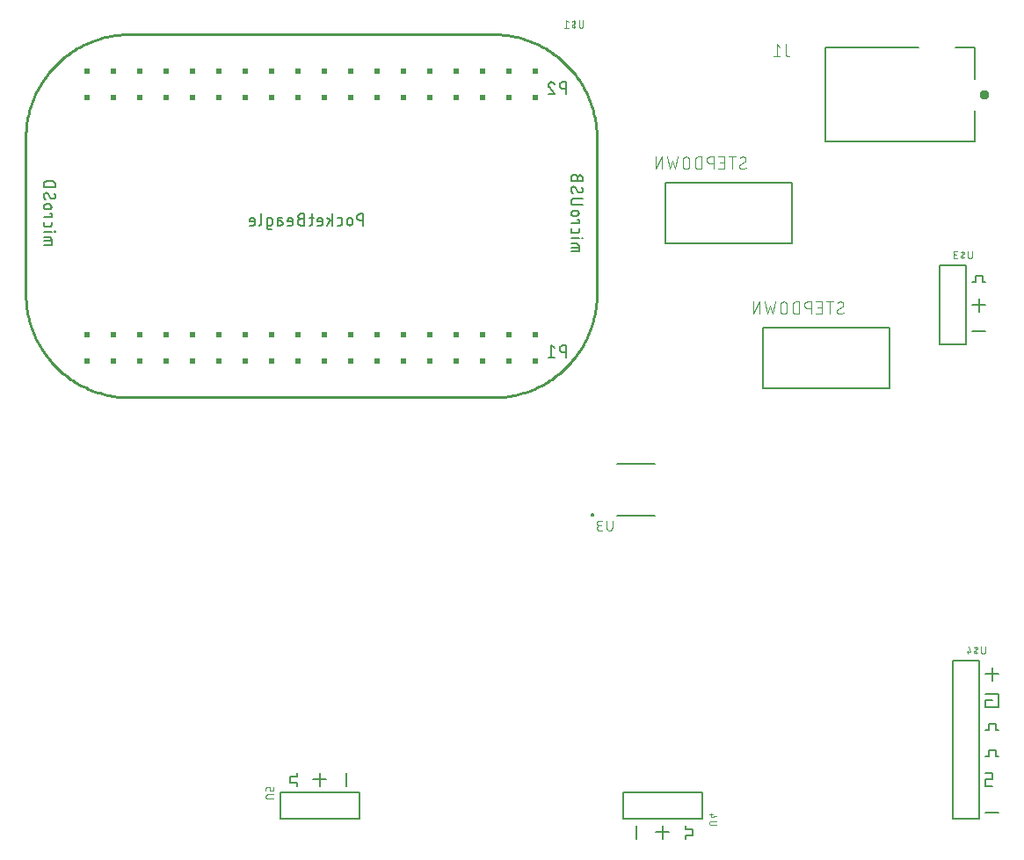
<source format=gbr>
G04 EAGLE Gerber RS-274X export*
G75*
%MOMM*%
%FSLAX34Y34*%
%LPD*%
%INSilkscreen Bottom*%
%IPPOS*%
%AMOC8*
5,1,8,0,0,1.08239X$1,22.5*%
G01*
%ADD10R,0.508000X0.508000*%
%ADD11C,0.254000*%
%ADD12C,0.152400*%
%ADD13C,0.101600*%
%ADD14C,0.127000*%
%ADD15C,0.400000*%
%ADD16C,0.076200*%
%ADD17C,0.200000*%


D10*
X563200Y467100D03*
X563200Y492500D03*
X537800Y492500D03*
X537800Y467100D03*
X512400Y492500D03*
X512400Y467100D03*
X487000Y492500D03*
X461600Y492500D03*
X436200Y492500D03*
X487000Y467100D03*
X461600Y467100D03*
X436200Y467100D03*
X410800Y492500D03*
X410800Y467100D03*
X385400Y492500D03*
X385400Y467100D03*
X360000Y492500D03*
X360000Y467100D03*
X334600Y492500D03*
X334600Y467100D03*
X309200Y492500D03*
X309200Y467100D03*
X283800Y492500D03*
X283800Y467100D03*
X258400Y492500D03*
X258400Y467100D03*
X233000Y492500D03*
X233000Y467100D03*
X207600Y492500D03*
X207600Y467100D03*
X182200Y492500D03*
X182200Y467100D03*
X156800Y492500D03*
X156800Y467100D03*
X131400Y492500D03*
X131400Y467100D03*
X563200Y721100D03*
X563200Y746500D03*
X537800Y746500D03*
X537800Y721100D03*
X512400Y746500D03*
X512400Y721100D03*
X487000Y746500D03*
X461600Y746500D03*
X436200Y746500D03*
X487000Y721100D03*
X461600Y721100D03*
X436200Y721100D03*
X410800Y746500D03*
X410800Y721100D03*
X385400Y746500D03*
X385400Y721100D03*
X360000Y746500D03*
X360000Y721100D03*
X334600Y746500D03*
X334600Y721100D03*
X309200Y746500D03*
X309200Y721100D03*
X283800Y746500D03*
X283800Y721100D03*
X258400Y746500D03*
X258400Y721100D03*
X233000Y746500D03*
X233000Y721100D03*
X207600Y746500D03*
X207600Y721100D03*
X182200Y746500D03*
X182200Y721100D03*
X156800Y746500D03*
X156800Y721100D03*
X131400Y746500D03*
X131400Y721100D03*
D11*
X172300Y781800D02*
X522300Y781800D01*
X524716Y781771D01*
X527131Y781683D01*
X529543Y781537D01*
X531951Y781333D01*
X534354Y781071D01*
X536749Y780751D01*
X539136Y780373D01*
X541513Y779937D01*
X543878Y779444D01*
X546232Y778894D01*
X548571Y778288D01*
X550895Y777625D01*
X553202Y776906D01*
X555491Y776131D01*
X557760Y775302D01*
X560009Y774417D01*
X562236Y773479D01*
X564440Y772487D01*
X566619Y771443D01*
X568772Y770346D01*
X570898Y769197D01*
X572996Y767997D01*
X575064Y766747D01*
X577101Y765447D01*
X579106Y764098D01*
X581079Y762702D01*
X583016Y761258D01*
X584919Y759767D01*
X586784Y758232D01*
X588612Y756651D01*
X590402Y755027D01*
X592151Y753360D01*
X593860Y751651D01*
X595527Y749902D01*
X597151Y748112D01*
X598732Y746284D01*
X600267Y744419D01*
X601758Y742516D01*
X603202Y740579D01*
X604598Y738606D01*
X605947Y736601D01*
X607247Y734564D01*
X608497Y732496D01*
X609697Y730398D01*
X610846Y728272D01*
X611943Y726119D01*
X612987Y723940D01*
X613979Y721736D01*
X614917Y719509D01*
X615802Y717260D01*
X616631Y714991D01*
X617406Y712702D01*
X618125Y710395D01*
X618788Y708071D01*
X619394Y705732D01*
X619944Y703378D01*
X620437Y701013D01*
X620873Y698636D01*
X621251Y696249D01*
X621571Y693854D01*
X621833Y691451D01*
X622037Y689043D01*
X622183Y686631D01*
X622271Y684216D01*
X622300Y681800D01*
X622300Y531800D01*
X622271Y529384D01*
X622183Y526969D01*
X622037Y524557D01*
X621833Y522149D01*
X621571Y519746D01*
X621251Y517351D01*
X620873Y514964D01*
X620437Y512587D01*
X619944Y510222D01*
X619394Y507868D01*
X618788Y505529D01*
X618125Y503205D01*
X617406Y500898D01*
X616631Y498609D01*
X615802Y496340D01*
X614917Y494091D01*
X613979Y491864D01*
X612987Y489660D01*
X611943Y487481D01*
X610846Y485328D01*
X609697Y483202D01*
X608497Y481104D01*
X607247Y479036D01*
X605947Y476999D01*
X604598Y474994D01*
X603202Y473021D01*
X601758Y471084D01*
X600267Y469181D01*
X598732Y467316D01*
X597151Y465488D01*
X595527Y463698D01*
X593860Y461949D01*
X592151Y460240D01*
X590402Y458573D01*
X588612Y456949D01*
X586784Y455368D01*
X584919Y453833D01*
X583016Y452342D01*
X581079Y450898D01*
X579106Y449502D01*
X577101Y448153D01*
X575064Y446853D01*
X572996Y445603D01*
X570898Y444403D01*
X568772Y443254D01*
X566619Y442157D01*
X564440Y441113D01*
X562236Y440121D01*
X560009Y439183D01*
X557760Y438298D01*
X555491Y437469D01*
X553202Y436694D01*
X550895Y435975D01*
X548571Y435312D01*
X546232Y434706D01*
X543878Y434156D01*
X541513Y433663D01*
X539136Y433227D01*
X536749Y432849D01*
X534354Y432529D01*
X531951Y432267D01*
X529543Y432063D01*
X527131Y431917D01*
X524716Y431829D01*
X522300Y431800D01*
X172300Y431800D01*
X169884Y431829D01*
X167469Y431917D01*
X165057Y432063D01*
X162649Y432267D01*
X160246Y432529D01*
X157851Y432849D01*
X155464Y433227D01*
X153087Y433663D01*
X150722Y434156D01*
X148368Y434706D01*
X146029Y435312D01*
X143705Y435975D01*
X141398Y436694D01*
X139109Y437469D01*
X136840Y438298D01*
X134591Y439183D01*
X132364Y440121D01*
X130160Y441113D01*
X127981Y442157D01*
X125828Y443254D01*
X123702Y444403D01*
X121604Y445603D01*
X119536Y446853D01*
X117499Y448153D01*
X115494Y449502D01*
X113521Y450898D01*
X111584Y452342D01*
X109681Y453833D01*
X107816Y455368D01*
X105988Y456949D01*
X104198Y458573D01*
X102449Y460240D01*
X100740Y461949D01*
X99073Y463698D01*
X97449Y465488D01*
X95868Y467316D01*
X94333Y469181D01*
X92842Y471084D01*
X91398Y473021D01*
X90002Y474994D01*
X88653Y476999D01*
X87353Y479036D01*
X86103Y481104D01*
X84903Y483202D01*
X83754Y485328D01*
X82657Y487481D01*
X81613Y489660D01*
X80621Y491864D01*
X79683Y494091D01*
X78798Y496340D01*
X77969Y498609D01*
X77194Y500898D01*
X76475Y503205D01*
X75812Y505529D01*
X75206Y507868D01*
X74656Y510222D01*
X74163Y512587D01*
X73727Y514964D01*
X73349Y517351D01*
X73029Y519746D01*
X72767Y522149D01*
X72563Y524557D01*
X72417Y526969D01*
X72329Y529384D01*
X72300Y531800D01*
X72300Y681800D01*
X72329Y684216D01*
X72417Y686631D01*
X72563Y689043D01*
X72767Y691451D01*
X73029Y693854D01*
X73349Y696249D01*
X73727Y698636D01*
X74163Y701013D01*
X74656Y703378D01*
X75206Y705732D01*
X75812Y708071D01*
X76475Y710395D01*
X77194Y712702D01*
X77969Y714991D01*
X78798Y717260D01*
X79683Y719509D01*
X80621Y721736D01*
X81613Y723940D01*
X82657Y726119D01*
X83754Y728272D01*
X84903Y730398D01*
X86103Y732496D01*
X87353Y734564D01*
X88653Y736601D01*
X90002Y738606D01*
X91398Y740579D01*
X92842Y742516D01*
X94333Y744419D01*
X95868Y746284D01*
X97449Y748112D01*
X99073Y749902D01*
X100740Y751651D01*
X102449Y753360D01*
X104198Y755027D01*
X105988Y756651D01*
X107816Y758232D01*
X109681Y759767D01*
X111584Y761258D01*
X113521Y762702D01*
X115494Y764098D01*
X117499Y765447D01*
X119536Y766747D01*
X121604Y767997D01*
X123702Y769197D01*
X125828Y770346D01*
X127981Y771443D01*
X130160Y772487D01*
X132364Y773479D01*
X134591Y774417D01*
X136840Y775302D01*
X139109Y776131D01*
X141398Y776906D01*
X143705Y777625D01*
X146029Y778288D01*
X148368Y778894D01*
X150722Y779444D01*
X153087Y779937D01*
X155464Y780373D01*
X157851Y780751D01*
X160246Y781071D01*
X162649Y781333D01*
X165057Y781537D01*
X167469Y781683D01*
X169884Y781771D01*
X172300Y781800D01*
D12*
X97113Y578753D02*
X89662Y578753D01*
X97113Y578753D02*
X97113Y584341D01*
X97111Y584425D01*
X97106Y584508D01*
X97096Y584591D01*
X97083Y584674D01*
X97066Y584756D01*
X97046Y584837D01*
X97022Y584917D01*
X96994Y584996D01*
X96963Y585073D01*
X96929Y585149D01*
X96891Y585224D01*
X96849Y585297D01*
X96805Y585367D01*
X96757Y585436D01*
X96707Y585503D01*
X96653Y585567D01*
X96597Y585628D01*
X96537Y585688D01*
X96476Y585744D01*
X96412Y585798D01*
X96345Y585848D01*
X96276Y585896D01*
X96206Y585940D01*
X96133Y585982D01*
X96058Y586020D01*
X95982Y586054D01*
X95905Y586085D01*
X95826Y586113D01*
X95746Y586137D01*
X95665Y586157D01*
X95583Y586174D01*
X95500Y586187D01*
X95417Y586197D01*
X95334Y586202D01*
X95250Y586204D01*
X89662Y586204D01*
X89662Y582479D02*
X97113Y582479D01*
X97113Y591623D02*
X89662Y591623D01*
X100217Y591312D02*
X100838Y591312D01*
X100838Y591933D01*
X100217Y591933D01*
X100217Y591312D01*
X89662Y598257D02*
X89662Y600741D01*
X89662Y598257D02*
X89664Y598173D01*
X89669Y598090D01*
X89679Y598007D01*
X89692Y597924D01*
X89709Y597842D01*
X89729Y597761D01*
X89753Y597681D01*
X89781Y597602D01*
X89812Y597525D01*
X89846Y597449D01*
X89884Y597374D01*
X89926Y597301D01*
X89970Y597231D01*
X90018Y597162D01*
X90068Y597095D01*
X90122Y597031D01*
X90178Y596970D01*
X90238Y596910D01*
X90299Y596854D01*
X90363Y596800D01*
X90430Y596750D01*
X90499Y596702D01*
X90569Y596658D01*
X90642Y596616D01*
X90717Y596578D01*
X90793Y596544D01*
X90870Y596513D01*
X90949Y596485D01*
X91029Y596461D01*
X91110Y596441D01*
X91192Y596424D01*
X91275Y596411D01*
X91358Y596401D01*
X91441Y596396D01*
X91525Y596394D01*
X91525Y596395D02*
X95250Y596395D01*
X95250Y596394D02*
X95334Y596396D01*
X95417Y596402D01*
X95500Y596411D01*
X95583Y596424D01*
X95665Y596441D01*
X95746Y596461D01*
X95826Y596485D01*
X95905Y596513D01*
X95982Y596544D01*
X96058Y596578D01*
X96133Y596616D01*
X96206Y596658D01*
X96276Y596702D01*
X96345Y596750D01*
X96412Y596800D01*
X96476Y596854D01*
X96537Y596910D01*
X96597Y596970D01*
X96653Y597031D01*
X96707Y597095D01*
X96757Y597162D01*
X96805Y597231D01*
X96849Y597301D01*
X96891Y597374D01*
X96929Y597449D01*
X96963Y597525D01*
X96994Y597602D01*
X97022Y597681D01*
X97046Y597761D01*
X97066Y597842D01*
X97083Y597924D01*
X97096Y598007D01*
X97106Y598090D01*
X97111Y598173D01*
X97113Y598257D01*
X97113Y600741D01*
X97113Y605605D02*
X89662Y605605D01*
X97113Y605605D02*
X97113Y609330D01*
X95871Y609330D01*
X94629Y613142D02*
X92146Y613142D01*
X94629Y613141D02*
X94728Y613143D01*
X94826Y613149D01*
X94925Y613159D01*
X95022Y613172D01*
X95120Y613190D01*
X95216Y613211D01*
X95312Y613237D01*
X95406Y613266D01*
X95499Y613298D01*
X95591Y613335D01*
X95681Y613375D01*
X95770Y613419D01*
X95857Y613466D01*
X95942Y613516D01*
X96024Y613570D01*
X96105Y613627D01*
X96183Y613687D01*
X96259Y613751D01*
X96332Y613817D01*
X96403Y613886D01*
X96471Y613958D01*
X96535Y614033D01*
X96597Y614110D01*
X96656Y614189D01*
X96711Y614271D01*
X96764Y614355D01*
X96812Y614440D01*
X96858Y614528D01*
X96900Y614618D01*
X96938Y614709D01*
X96972Y614801D01*
X97003Y614895D01*
X97030Y614990D01*
X97054Y615086D01*
X97073Y615183D01*
X97089Y615280D01*
X97101Y615378D01*
X97109Y615477D01*
X97113Y615576D01*
X97113Y615674D01*
X97109Y615773D01*
X97101Y615872D01*
X97089Y615970D01*
X97073Y616067D01*
X97054Y616164D01*
X97030Y616260D01*
X97003Y616355D01*
X96972Y616449D01*
X96938Y616541D01*
X96900Y616632D01*
X96858Y616722D01*
X96812Y616810D01*
X96764Y616895D01*
X96711Y616979D01*
X96656Y617061D01*
X96597Y617140D01*
X96535Y617217D01*
X96471Y617292D01*
X96403Y617364D01*
X96332Y617433D01*
X96259Y617499D01*
X96183Y617563D01*
X96105Y617623D01*
X96024Y617680D01*
X95942Y617734D01*
X95857Y617784D01*
X95770Y617831D01*
X95681Y617875D01*
X95591Y617915D01*
X95499Y617952D01*
X95406Y617984D01*
X95312Y618013D01*
X95216Y618039D01*
X95120Y618060D01*
X95022Y618078D01*
X94925Y618091D01*
X94826Y618101D01*
X94728Y618107D01*
X94629Y618109D01*
X92146Y618109D01*
X92047Y618107D01*
X91949Y618101D01*
X91850Y618091D01*
X91753Y618078D01*
X91655Y618060D01*
X91559Y618039D01*
X91463Y618013D01*
X91369Y617984D01*
X91276Y617952D01*
X91184Y617915D01*
X91094Y617875D01*
X91005Y617831D01*
X90918Y617784D01*
X90833Y617734D01*
X90751Y617680D01*
X90670Y617623D01*
X90592Y617563D01*
X90516Y617499D01*
X90443Y617433D01*
X90372Y617364D01*
X90304Y617292D01*
X90240Y617217D01*
X90178Y617140D01*
X90119Y617061D01*
X90064Y616979D01*
X90011Y616895D01*
X89963Y616810D01*
X89917Y616722D01*
X89875Y616632D01*
X89837Y616541D01*
X89803Y616449D01*
X89772Y616355D01*
X89745Y616260D01*
X89721Y616164D01*
X89702Y616067D01*
X89686Y615970D01*
X89674Y615872D01*
X89666Y615773D01*
X89662Y615674D01*
X89662Y615576D01*
X89666Y615477D01*
X89674Y615378D01*
X89686Y615280D01*
X89702Y615183D01*
X89721Y615086D01*
X89745Y614990D01*
X89772Y614895D01*
X89803Y614801D01*
X89837Y614709D01*
X89875Y614618D01*
X89917Y614528D01*
X89963Y614440D01*
X90011Y614355D01*
X90064Y614271D01*
X90119Y614189D01*
X90178Y614110D01*
X90240Y614033D01*
X90304Y613958D01*
X90372Y613886D01*
X90443Y613817D01*
X90516Y613751D01*
X90592Y613687D01*
X90670Y613627D01*
X90751Y613570D01*
X90833Y613516D01*
X90918Y613466D01*
X91005Y613419D01*
X91094Y613375D01*
X91184Y613335D01*
X91276Y613298D01*
X91369Y613266D01*
X91463Y613237D01*
X91559Y613211D01*
X91655Y613190D01*
X91753Y613172D01*
X91850Y613159D01*
X91949Y613149D01*
X92047Y613143D01*
X92146Y613141D01*
X89662Y626533D02*
X89664Y626631D01*
X89670Y626728D01*
X89679Y626825D01*
X89693Y626922D01*
X89710Y627018D01*
X89731Y627113D01*
X89755Y627207D01*
X89784Y627301D01*
X89816Y627393D01*
X89851Y627484D01*
X89890Y627573D01*
X89933Y627661D01*
X89979Y627747D01*
X90028Y627831D01*
X90081Y627913D01*
X90136Y627993D01*
X90195Y628071D01*
X90257Y628146D01*
X90322Y628219D01*
X90390Y628289D01*
X90460Y628357D01*
X90533Y628422D01*
X90608Y628484D01*
X90686Y628543D01*
X90766Y628598D01*
X90848Y628651D01*
X90932Y628700D01*
X91018Y628746D01*
X91106Y628789D01*
X91195Y628828D01*
X91286Y628863D01*
X91378Y628895D01*
X91472Y628924D01*
X91566Y628948D01*
X91661Y628969D01*
X91757Y628986D01*
X91854Y629000D01*
X91951Y629009D01*
X92048Y629015D01*
X92146Y629017D01*
X89662Y626533D02*
X89664Y626390D01*
X89670Y626247D01*
X89679Y626105D01*
X89693Y625963D01*
X89711Y625821D01*
X89732Y625680D01*
X89757Y625539D01*
X89786Y625399D01*
X89819Y625260D01*
X89855Y625122D01*
X89896Y624985D01*
X89940Y624849D01*
X89987Y624715D01*
X90039Y624581D01*
X90093Y624450D01*
X90152Y624319D01*
X90214Y624191D01*
X90279Y624064D01*
X90348Y623939D01*
X90421Y623815D01*
X90496Y623694D01*
X90575Y623575D01*
X90657Y623458D01*
X90743Y623344D01*
X90831Y623232D01*
X90922Y623122D01*
X91017Y623015D01*
X91114Y622910D01*
X91214Y622808D01*
X98354Y623118D02*
X98452Y623120D01*
X98549Y623126D01*
X98646Y623135D01*
X98743Y623149D01*
X98839Y623166D01*
X98934Y623187D01*
X99028Y623211D01*
X99122Y623240D01*
X99214Y623272D01*
X99305Y623307D01*
X99394Y623346D01*
X99482Y623389D01*
X99568Y623435D01*
X99652Y623484D01*
X99734Y623537D01*
X99814Y623592D01*
X99892Y623651D01*
X99967Y623713D01*
X100040Y623778D01*
X100110Y623846D01*
X100178Y623916D01*
X100243Y623989D01*
X100305Y624064D01*
X100364Y624142D01*
X100419Y624222D01*
X100472Y624304D01*
X100521Y624388D01*
X100567Y624474D01*
X100610Y624562D01*
X100649Y624651D01*
X100684Y624742D01*
X100716Y624834D01*
X100745Y624928D01*
X100769Y625022D01*
X100790Y625117D01*
X100807Y625213D01*
X100821Y625310D01*
X100830Y625407D01*
X100836Y625504D01*
X100838Y625602D01*
X100836Y625732D01*
X100831Y625862D01*
X100822Y625992D01*
X100809Y626122D01*
X100793Y626251D01*
X100773Y626380D01*
X100749Y626508D01*
X100722Y626636D01*
X100691Y626762D01*
X100657Y626888D01*
X100619Y627013D01*
X100578Y627136D01*
X100533Y627259D01*
X100485Y627380D01*
X100434Y627500D01*
X100379Y627618D01*
X100321Y627734D01*
X100260Y627849D01*
X100195Y627963D01*
X100128Y628074D01*
X100057Y628183D01*
X99983Y628291D01*
X99907Y628396D01*
X96181Y624361D02*
X96232Y624278D01*
X96286Y624197D01*
X96343Y624119D01*
X96403Y624043D01*
X96466Y623969D01*
X96532Y623898D01*
X96600Y623829D01*
X96671Y623763D01*
X96744Y623699D01*
X96820Y623639D01*
X96898Y623582D01*
X96979Y623527D01*
X97061Y623476D01*
X97145Y623428D01*
X97231Y623383D01*
X97319Y623341D01*
X97408Y623303D01*
X97498Y623269D01*
X97590Y623237D01*
X97683Y623210D01*
X97777Y623186D01*
X97872Y623165D01*
X97968Y623149D01*
X98064Y623136D01*
X98160Y623126D01*
X98257Y623121D01*
X98354Y623119D01*
X94319Y627774D02*
X94268Y627857D01*
X94214Y627938D01*
X94157Y628016D01*
X94097Y628092D01*
X94034Y628166D01*
X93968Y628237D01*
X93900Y628306D01*
X93829Y628372D01*
X93756Y628436D01*
X93680Y628496D01*
X93602Y628553D01*
X93521Y628608D01*
X93439Y628659D01*
X93355Y628707D01*
X93269Y628752D01*
X93181Y628794D01*
X93092Y628832D01*
X93002Y628866D01*
X92910Y628898D01*
X92817Y628925D01*
X92723Y628949D01*
X92628Y628970D01*
X92532Y628986D01*
X92436Y628999D01*
X92340Y629009D01*
X92243Y629014D01*
X92146Y629016D01*
X94319Y627775D02*
X96181Y624360D01*
X100838Y634238D02*
X89662Y634238D01*
X100838Y634238D02*
X100838Y637342D01*
X100836Y637453D01*
X100830Y637563D01*
X100820Y637674D01*
X100806Y637784D01*
X100789Y637893D01*
X100767Y638002D01*
X100742Y638110D01*
X100712Y638216D01*
X100679Y638322D01*
X100642Y638427D01*
X100602Y638530D01*
X100557Y638631D01*
X100510Y638731D01*
X100458Y638830D01*
X100403Y638926D01*
X100345Y639020D01*
X100284Y639112D01*
X100219Y639202D01*
X100151Y639290D01*
X100080Y639375D01*
X100006Y639457D01*
X99929Y639537D01*
X99849Y639614D01*
X99767Y639688D01*
X99682Y639759D01*
X99594Y639827D01*
X99504Y639892D01*
X99412Y639953D01*
X99318Y640011D01*
X99222Y640066D01*
X99123Y640118D01*
X99023Y640165D01*
X98922Y640210D01*
X98819Y640250D01*
X98714Y640287D01*
X98608Y640320D01*
X98502Y640350D01*
X98394Y640375D01*
X98285Y640397D01*
X98176Y640414D01*
X98066Y640428D01*
X97955Y640438D01*
X97845Y640444D01*
X97734Y640446D01*
X97734Y640447D02*
X92766Y640447D01*
X92766Y640446D02*
X92655Y640444D01*
X92545Y640438D01*
X92434Y640428D01*
X92324Y640414D01*
X92215Y640397D01*
X92106Y640375D01*
X91998Y640350D01*
X91892Y640320D01*
X91786Y640287D01*
X91681Y640250D01*
X91578Y640210D01*
X91477Y640165D01*
X91377Y640118D01*
X91278Y640066D01*
X91182Y640011D01*
X91088Y639953D01*
X90996Y639892D01*
X90906Y639827D01*
X90818Y639759D01*
X90733Y639688D01*
X90651Y639614D01*
X90571Y639537D01*
X90494Y639457D01*
X90420Y639375D01*
X90349Y639290D01*
X90281Y639202D01*
X90216Y639112D01*
X90155Y639020D01*
X90097Y638926D01*
X90042Y638830D01*
X89990Y638731D01*
X89943Y638631D01*
X89898Y638530D01*
X89858Y638427D01*
X89821Y638322D01*
X89788Y638216D01*
X89758Y638110D01*
X89733Y638002D01*
X89711Y637893D01*
X89694Y637784D01*
X89680Y637674D01*
X89670Y637563D01*
X89664Y637453D01*
X89662Y637342D01*
X89662Y634238D01*
X597662Y572551D02*
X605113Y572551D01*
X605113Y578139D01*
X605111Y578223D01*
X605106Y578306D01*
X605096Y578389D01*
X605083Y578472D01*
X605066Y578554D01*
X605046Y578635D01*
X605022Y578715D01*
X604994Y578794D01*
X604963Y578871D01*
X604929Y578947D01*
X604891Y579022D01*
X604849Y579095D01*
X604805Y579165D01*
X604757Y579234D01*
X604707Y579301D01*
X604653Y579365D01*
X604597Y579426D01*
X604537Y579486D01*
X604476Y579542D01*
X604412Y579596D01*
X604345Y579646D01*
X604276Y579694D01*
X604206Y579738D01*
X604133Y579780D01*
X604058Y579818D01*
X603982Y579852D01*
X603905Y579883D01*
X603826Y579911D01*
X603746Y579935D01*
X603665Y579955D01*
X603583Y579972D01*
X603500Y579985D01*
X603417Y579995D01*
X603334Y580000D01*
X603250Y580002D01*
X597662Y580002D01*
X597662Y576277D02*
X605113Y576277D01*
X605113Y585421D02*
X597662Y585421D01*
X608217Y585110D02*
X608838Y585110D01*
X608838Y585731D01*
X608217Y585731D01*
X608217Y585110D01*
X597662Y592055D02*
X597662Y594539D01*
X597662Y592055D02*
X597664Y591971D01*
X597669Y591888D01*
X597679Y591805D01*
X597692Y591722D01*
X597709Y591640D01*
X597729Y591559D01*
X597753Y591479D01*
X597781Y591400D01*
X597812Y591323D01*
X597846Y591247D01*
X597884Y591172D01*
X597926Y591099D01*
X597970Y591029D01*
X598018Y590960D01*
X598068Y590893D01*
X598122Y590829D01*
X598178Y590768D01*
X598238Y590708D01*
X598299Y590652D01*
X598363Y590598D01*
X598430Y590548D01*
X598499Y590500D01*
X598569Y590456D01*
X598642Y590414D01*
X598717Y590376D01*
X598793Y590342D01*
X598870Y590311D01*
X598949Y590283D01*
X599029Y590259D01*
X599110Y590239D01*
X599192Y590222D01*
X599275Y590209D01*
X599358Y590199D01*
X599441Y590194D01*
X599525Y590192D01*
X599525Y590193D02*
X603250Y590193D01*
X603250Y590192D02*
X603334Y590194D01*
X603417Y590200D01*
X603500Y590209D01*
X603583Y590222D01*
X603665Y590239D01*
X603746Y590259D01*
X603826Y590283D01*
X603905Y590311D01*
X603982Y590342D01*
X604058Y590376D01*
X604133Y590414D01*
X604206Y590456D01*
X604276Y590500D01*
X604345Y590548D01*
X604412Y590598D01*
X604476Y590652D01*
X604537Y590708D01*
X604597Y590768D01*
X604653Y590829D01*
X604707Y590893D01*
X604757Y590960D01*
X604805Y591029D01*
X604849Y591099D01*
X604891Y591172D01*
X604929Y591247D01*
X604963Y591323D01*
X604994Y591400D01*
X605022Y591479D01*
X605046Y591559D01*
X605066Y591640D01*
X605083Y591722D01*
X605096Y591805D01*
X605106Y591888D01*
X605111Y591971D01*
X605113Y592055D01*
X605113Y594539D01*
X605113Y599403D02*
X597662Y599403D01*
X605113Y599403D02*
X605113Y603128D01*
X603871Y603128D01*
X602629Y606940D02*
X600146Y606940D01*
X602629Y606940D02*
X602728Y606942D01*
X602826Y606948D01*
X602925Y606958D01*
X603022Y606971D01*
X603120Y606989D01*
X603216Y607010D01*
X603312Y607036D01*
X603406Y607065D01*
X603499Y607097D01*
X603591Y607134D01*
X603681Y607174D01*
X603770Y607218D01*
X603857Y607265D01*
X603942Y607315D01*
X604024Y607369D01*
X604105Y607426D01*
X604183Y607486D01*
X604259Y607550D01*
X604332Y607616D01*
X604403Y607685D01*
X604471Y607757D01*
X604535Y607832D01*
X604597Y607909D01*
X604656Y607988D01*
X604711Y608070D01*
X604764Y608154D01*
X604812Y608239D01*
X604858Y608327D01*
X604900Y608417D01*
X604938Y608508D01*
X604972Y608600D01*
X605003Y608694D01*
X605030Y608789D01*
X605054Y608885D01*
X605073Y608982D01*
X605089Y609079D01*
X605101Y609177D01*
X605109Y609276D01*
X605113Y609375D01*
X605113Y609473D01*
X605109Y609572D01*
X605101Y609671D01*
X605089Y609769D01*
X605073Y609866D01*
X605054Y609963D01*
X605030Y610059D01*
X605003Y610154D01*
X604972Y610248D01*
X604938Y610340D01*
X604900Y610431D01*
X604858Y610521D01*
X604812Y610609D01*
X604764Y610694D01*
X604711Y610778D01*
X604656Y610860D01*
X604597Y610939D01*
X604535Y611016D01*
X604471Y611091D01*
X604403Y611163D01*
X604332Y611232D01*
X604259Y611298D01*
X604183Y611362D01*
X604105Y611422D01*
X604024Y611479D01*
X603942Y611533D01*
X603857Y611583D01*
X603770Y611630D01*
X603681Y611674D01*
X603591Y611714D01*
X603499Y611751D01*
X603406Y611783D01*
X603312Y611812D01*
X603216Y611838D01*
X603120Y611859D01*
X603022Y611877D01*
X602925Y611890D01*
X602826Y611900D01*
X602728Y611906D01*
X602629Y611908D01*
X602629Y611907D02*
X600146Y611907D01*
X600146Y611908D02*
X600047Y611906D01*
X599949Y611900D01*
X599850Y611890D01*
X599753Y611877D01*
X599655Y611859D01*
X599559Y611838D01*
X599463Y611812D01*
X599369Y611783D01*
X599276Y611751D01*
X599184Y611714D01*
X599094Y611674D01*
X599005Y611630D01*
X598918Y611583D01*
X598833Y611533D01*
X598751Y611479D01*
X598670Y611422D01*
X598592Y611362D01*
X598516Y611298D01*
X598443Y611232D01*
X598372Y611163D01*
X598304Y611091D01*
X598240Y611016D01*
X598178Y610939D01*
X598119Y610860D01*
X598064Y610778D01*
X598011Y610694D01*
X597963Y610609D01*
X597917Y610521D01*
X597875Y610431D01*
X597837Y610340D01*
X597803Y610248D01*
X597772Y610154D01*
X597745Y610059D01*
X597721Y609963D01*
X597702Y609866D01*
X597686Y609769D01*
X597674Y609671D01*
X597666Y609572D01*
X597662Y609473D01*
X597662Y609375D01*
X597666Y609276D01*
X597674Y609177D01*
X597686Y609079D01*
X597702Y608982D01*
X597721Y608885D01*
X597745Y608789D01*
X597772Y608694D01*
X597803Y608600D01*
X597837Y608508D01*
X597875Y608417D01*
X597917Y608327D01*
X597963Y608239D01*
X598011Y608154D01*
X598064Y608070D01*
X598119Y607988D01*
X598178Y607909D01*
X598240Y607832D01*
X598304Y607757D01*
X598372Y607685D01*
X598443Y607616D01*
X598516Y607550D01*
X598592Y607486D01*
X598670Y607426D01*
X598751Y607369D01*
X598833Y607315D01*
X598918Y607265D01*
X599005Y607218D01*
X599094Y607174D01*
X599184Y607134D01*
X599276Y607097D01*
X599369Y607065D01*
X599463Y607036D01*
X599559Y607010D01*
X599655Y606989D01*
X599753Y606971D01*
X599850Y606958D01*
X599949Y606948D01*
X600047Y606942D01*
X600146Y606940D01*
X600766Y617368D02*
X608838Y617368D01*
X600766Y617369D02*
X600655Y617371D01*
X600545Y617377D01*
X600434Y617387D01*
X600324Y617401D01*
X600215Y617418D01*
X600106Y617440D01*
X599998Y617465D01*
X599892Y617495D01*
X599786Y617528D01*
X599681Y617565D01*
X599578Y617605D01*
X599477Y617650D01*
X599377Y617697D01*
X599278Y617749D01*
X599182Y617804D01*
X599088Y617862D01*
X598996Y617923D01*
X598906Y617988D01*
X598818Y618056D01*
X598733Y618127D01*
X598651Y618201D01*
X598571Y618278D01*
X598494Y618358D01*
X598420Y618440D01*
X598349Y618525D01*
X598281Y618613D01*
X598216Y618703D01*
X598155Y618795D01*
X598097Y618889D01*
X598042Y618985D01*
X597990Y619084D01*
X597943Y619184D01*
X597898Y619285D01*
X597858Y619388D01*
X597821Y619493D01*
X597788Y619599D01*
X597758Y619705D01*
X597733Y619813D01*
X597711Y619922D01*
X597694Y620031D01*
X597680Y620141D01*
X597670Y620252D01*
X597664Y620362D01*
X597662Y620473D01*
X597664Y620584D01*
X597670Y620694D01*
X597680Y620805D01*
X597694Y620915D01*
X597711Y621024D01*
X597733Y621133D01*
X597758Y621241D01*
X597788Y621347D01*
X597821Y621453D01*
X597858Y621558D01*
X597898Y621661D01*
X597943Y621762D01*
X597990Y621862D01*
X598042Y621961D01*
X598097Y622057D01*
X598155Y622151D01*
X598216Y622243D01*
X598281Y622333D01*
X598349Y622421D01*
X598420Y622506D01*
X598494Y622588D01*
X598571Y622668D01*
X598651Y622745D01*
X598733Y622819D01*
X598818Y622890D01*
X598906Y622958D01*
X598996Y623023D01*
X599088Y623084D01*
X599182Y623142D01*
X599278Y623197D01*
X599377Y623249D01*
X599477Y623296D01*
X599578Y623341D01*
X599681Y623381D01*
X599786Y623418D01*
X599892Y623451D01*
X599998Y623481D01*
X600106Y623506D01*
X600215Y623528D01*
X600324Y623545D01*
X600434Y623559D01*
X600545Y623569D01*
X600655Y623575D01*
X600766Y623577D01*
X608838Y623577D01*
X597662Y632523D02*
X597664Y632621D01*
X597670Y632718D01*
X597679Y632815D01*
X597693Y632912D01*
X597710Y633008D01*
X597731Y633103D01*
X597755Y633197D01*
X597784Y633291D01*
X597816Y633383D01*
X597851Y633474D01*
X597890Y633563D01*
X597933Y633651D01*
X597979Y633737D01*
X598028Y633821D01*
X598081Y633903D01*
X598136Y633983D01*
X598195Y634061D01*
X598257Y634136D01*
X598322Y634209D01*
X598390Y634279D01*
X598460Y634347D01*
X598533Y634412D01*
X598608Y634474D01*
X598686Y634533D01*
X598766Y634588D01*
X598848Y634641D01*
X598932Y634690D01*
X599018Y634736D01*
X599106Y634779D01*
X599195Y634818D01*
X599286Y634853D01*
X599378Y634885D01*
X599472Y634914D01*
X599566Y634938D01*
X599661Y634959D01*
X599757Y634976D01*
X599854Y634990D01*
X599951Y634999D01*
X600048Y635005D01*
X600146Y635007D01*
X597662Y632523D02*
X597664Y632380D01*
X597670Y632237D01*
X597679Y632095D01*
X597693Y631953D01*
X597711Y631811D01*
X597732Y631670D01*
X597757Y631529D01*
X597786Y631389D01*
X597819Y631250D01*
X597855Y631112D01*
X597896Y630975D01*
X597940Y630839D01*
X597987Y630705D01*
X598039Y630571D01*
X598093Y630440D01*
X598152Y630309D01*
X598214Y630181D01*
X598279Y630054D01*
X598348Y629929D01*
X598421Y629805D01*
X598496Y629684D01*
X598575Y629565D01*
X598657Y629448D01*
X598743Y629334D01*
X598831Y629222D01*
X598922Y629112D01*
X599017Y629005D01*
X599114Y628900D01*
X599214Y628798D01*
X606354Y629108D02*
X606452Y629110D01*
X606549Y629116D01*
X606646Y629125D01*
X606743Y629139D01*
X606839Y629156D01*
X606934Y629177D01*
X607028Y629201D01*
X607122Y629230D01*
X607214Y629262D01*
X607305Y629297D01*
X607394Y629336D01*
X607482Y629379D01*
X607568Y629425D01*
X607652Y629474D01*
X607734Y629527D01*
X607814Y629582D01*
X607892Y629641D01*
X607967Y629703D01*
X608040Y629768D01*
X608110Y629836D01*
X608178Y629906D01*
X608243Y629979D01*
X608305Y630054D01*
X608364Y630132D01*
X608419Y630212D01*
X608472Y630294D01*
X608521Y630378D01*
X608567Y630464D01*
X608610Y630552D01*
X608649Y630641D01*
X608684Y630732D01*
X608716Y630824D01*
X608745Y630918D01*
X608769Y631012D01*
X608790Y631107D01*
X608807Y631203D01*
X608821Y631300D01*
X608830Y631397D01*
X608836Y631494D01*
X608838Y631592D01*
X608836Y631722D01*
X608831Y631852D01*
X608822Y631982D01*
X608809Y632112D01*
X608793Y632241D01*
X608773Y632370D01*
X608749Y632498D01*
X608722Y632626D01*
X608691Y632752D01*
X608657Y632878D01*
X608619Y633003D01*
X608578Y633126D01*
X608533Y633249D01*
X608485Y633370D01*
X608434Y633490D01*
X608379Y633608D01*
X608321Y633724D01*
X608260Y633839D01*
X608195Y633953D01*
X608128Y634064D01*
X608057Y634173D01*
X607983Y634281D01*
X607907Y634386D01*
X604181Y630351D02*
X604232Y630268D01*
X604286Y630187D01*
X604343Y630109D01*
X604403Y630033D01*
X604466Y629959D01*
X604532Y629888D01*
X604600Y629819D01*
X604671Y629753D01*
X604744Y629689D01*
X604820Y629629D01*
X604898Y629572D01*
X604979Y629517D01*
X605061Y629466D01*
X605145Y629418D01*
X605231Y629373D01*
X605319Y629331D01*
X605408Y629293D01*
X605498Y629259D01*
X605590Y629227D01*
X605683Y629200D01*
X605777Y629176D01*
X605872Y629155D01*
X605968Y629139D01*
X606064Y629126D01*
X606160Y629116D01*
X606257Y629111D01*
X606354Y629109D01*
X602319Y633765D02*
X602268Y633848D01*
X602214Y633929D01*
X602157Y634007D01*
X602097Y634083D01*
X602034Y634157D01*
X601968Y634228D01*
X601900Y634297D01*
X601829Y634363D01*
X601756Y634427D01*
X601680Y634487D01*
X601602Y634544D01*
X601521Y634599D01*
X601439Y634650D01*
X601355Y634698D01*
X601269Y634743D01*
X601181Y634785D01*
X601092Y634823D01*
X601002Y634857D01*
X600910Y634889D01*
X600817Y634916D01*
X600723Y634940D01*
X600628Y634961D01*
X600532Y634977D01*
X600436Y634990D01*
X600340Y635000D01*
X600243Y635005D01*
X600146Y635007D01*
X602319Y633765D02*
X604181Y630350D01*
X603871Y640440D02*
X603871Y643544D01*
X603870Y643544D02*
X603868Y643655D01*
X603862Y643765D01*
X603852Y643876D01*
X603838Y643986D01*
X603821Y644095D01*
X603799Y644204D01*
X603774Y644312D01*
X603744Y644418D01*
X603711Y644524D01*
X603674Y644629D01*
X603634Y644732D01*
X603589Y644833D01*
X603542Y644933D01*
X603490Y645032D01*
X603435Y645128D01*
X603377Y645222D01*
X603316Y645314D01*
X603251Y645404D01*
X603183Y645492D01*
X603112Y645577D01*
X603038Y645659D01*
X602961Y645739D01*
X602881Y645816D01*
X602799Y645890D01*
X602714Y645961D01*
X602626Y646029D01*
X602536Y646094D01*
X602444Y646155D01*
X602350Y646213D01*
X602254Y646268D01*
X602155Y646320D01*
X602055Y646367D01*
X601954Y646412D01*
X601851Y646452D01*
X601746Y646489D01*
X601640Y646522D01*
X601534Y646552D01*
X601426Y646577D01*
X601317Y646599D01*
X601208Y646616D01*
X601098Y646630D01*
X600987Y646640D01*
X600877Y646646D01*
X600766Y646648D01*
X600655Y646646D01*
X600545Y646640D01*
X600434Y646630D01*
X600324Y646616D01*
X600215Y646599D01*
X600106Y646577D01*
X599998Y646552D01*
X599892Y646522D01*
X599786Y646489D01*
X599681Y646452D01*
X599578Y646412D01*
X599477Y646367D01*
X599377Y646320D01*
X599278Y646268D01*
X599182Y646213D01*
X599088Y646155D01*
X598996Y646094D01*
X598906Y646029D01*
X598818Y645961D01*
X598733Y645890D01*
X598651Y645816D01*
X598571Y645739D01*
X598494Y645659D01*
X598420Y645577D01*
X598349Y645492D01*
X598281Y645404D01*
X598216Y645314D01*
X598155Y645222D01*
X598097Y645128D01*
X598042Y645032D01*
X597990Y644933D01*
X597943Y644833D01*
X597898Y644732D01*
X597858Y644629D01*
X597821Y644524D01*
X597788Y644418D01*
X597758Y644312D01*
X597733Y644204D01*
X597711Y644095D01*
X597694Y643986D01*
X597680Y643876D01*
X597670Y643765D01*
X597664Y643655D01*
X597662Y643544D01*
X597662Y640440D01*
X608838Y640440D01*
X608838Y643544D01*
X608836Y643643D01*
X608830Y643741D01*
X608820Y643840D01*
X608807Y643937D01*
X608789Y644035D01*
X608768Y644131D01*
X608742Y644227D01*
X608713Y644321D01*
X608681Y644414D01*
X608644Y644506D01*
X608604Y644596D01*
X608560Y644685D01*
X608513Y644772D01*
X608463Y644857D01*
X608409Y644939D01*
X608352Y645020D01*
X608292Y645098D01*
X608228Y645174D01*
X608162Y645247D01*
X608093Y645318D01*
X608021Y645386D01*
X607946Y645450D01*
X607869Y645512D01*
X607790Y645571D01*
X607708Y645626D01*
X607624Y645679D01*
X607539Y645727D01*
X607451Y645773D01*
X607361Y645815D01*
X607270Y645853D01*
X607178Y645887D01*
X607084Y645918D01*
X606989Y645945D01*
X606893Y645969D01*
X606796Y645988D01*
X606699Y646004D01*
X606601Y646016D01*
X606502Y646024D01*
X606403Y646028D01*
X606305Y646028D01*
X606206Y646024D01*
X606107Y646016D01*
X606009Y646004D01*
X605912Y645988D01*
X605815Y645969D01*
X605719Y645945D01*
X605624Y645918D01*
X605530Y645887D01*
X605438Y645853D01*
X605347Y645815D01*
X605257Y645773D01*
X605169Y645727D01*
X605084Y645679D01*
X605000Y645626D01*
X604918Y645571D01*
X604839Y645512D01*
X604762Y645450D01*
X604687Y645386D01*
X604615Y645318D01*
X604546Y645247D01*
X604480Y645174D01*
X604416Y645098D01*
X604356Y645020D01*
X604299Y644939D01*
X604245Y644857D01*
X604195Y644772D01*
X604148Y644685D01*
X604104Y644596D01*
X604064Y644506D01*
X604027Y644414D01*
X603995Y644321D01*
X603966Y644227D01*
X603940Y644131D01*
X603919Y644035D01*
X603901Y643937D01*
X603888Y643840D01*
X603878Y643741D01*
X603872Y643643D01*
X603870Y643544D01*
X397595Y608838D02*
X397595Y597662D01*
X397595Y608838D02*
X394490Y608838D01*
X394379Y608836D01*
X394269Y608830D01*
X394158Y608820D01*
X394048Y608806D01*
X393939Y608789D01*
X393830Y608767D01*
X393722Y608742D01*
X393616Y608712D01*
X393510Y608679D01*
X393405Y608642D01*
X393302Y608602D01*
X393201Y608557D01*
X393101Y608510D01*
X393002Y608458D01*
X392906Y608403D01*
X392812Y608345D01*
X392720Y608284D01*
X392630Y608219D01*
X392542Y608151D01*
X392457Y608080D01*
X392375Y608006D01*
X392295Y607929D01*
X392218Y607849D01*
X392144Y607767D01*
X392073Y607682D01*
X392005Y607594D01*
X391940Y607504D01*
X391879Y607412D01*
X391821Y607318D01*
X391766Y607222D01*
X391714Y607123D01*
X391667Y607023D01*
X391622Y606922D01*
X391582Y606819D01*
X391545Y606714D01*
X391512Y606608D01*
X391482Y606502D01*
X391457Y606394D01*
X391435Y606285D01*
X391418Y606176D01*
X391404Y606066D01*
X391394Y605955D01*
X391388Y605845D01*
X391386Y605734D01*
X391388Y605623D01*
X391394Y605513D01*
X391404Y605402D01*
X391418Y605292D01*
X391435Y605183D01*
X391457Y605074D01*
X391482Y604966D01*
X391512Y604860D01*
X391545Y604754D01*
X391582Y604649D01*
X391622Y604546D01*
X391667Y604445D01*
X391714Y604345D01*
X391766Y604246D01*
X391821Y604150D01*
X391879Y604056D01*
X391940Y603964D01*
X392005Y603874D01*
X392073Y603786D01*
X392144Y603701D01*
X392218Y603619D01*
X392295Y603539D01*
X392375Y603462D01*
X392457Y603388D01*
X392542Y603317D01*
X392630Y603249D01*
X392720Y603184D01*
X392812Y603123D01*
X392906Y603065D01*
X393002Y603010D01*
X393101Y602958D01*
X393201Y602911D01*
X393302Y602866D01*
X393405Y602826D01*
X393510Y602789D01*
X393616Y602756D01*
X393722Y602726D01*
X393830Y602701D01*
X393939Y602679D01*
X394048Y602662D01*
X394158Y602648D01*
X394269Y602638D01*
X394379Y602632D01*
X394490Y602630D01*
X394490Y602629D02*
X397595Y602629D01*
X386898Y602629D02*
X386898Y600146D01*
X386899Y602629D02*
X386897Y602728D01*
X386891Y602826D01*
X386881Y602925D01*
X386868Y603022D01*
X386850Y603120D01*
X386829Y603216D01*
X386803Y603312D01*
X386774Y603406D01*
X386742Y603499D01*
X386705Y603591D01*
X386665Y603681D01*
X386621Y603770D01*
X386574Y603857D01*
X386524Y603942D01*
X386470Y604024D01*
X386413Y604105D01*
X386353Y604183D01*
X386289Y604259D01*
X386223Y604332D01*
X386154Y604403D01*
X386082Y604471D01*
X386007Y604535D01*
X385930Y604597D01*
X385851Y604656D01*
X385769Y604711D01*
X385685Y604764D01*
X385600Y604812D01*
X385512Y604858D01*
X385422Y604900D01*
X385331Y604938D01*
X385239Y604972D01*
X385145Y605003D01*
X385050Y605030D01*
X384954Y605054D01*
X384857Y605073D01*
X384760Y605089D01*
X384662Y605101D01*
X384563Y605109D01*
X384464Y605113D01*
X384366Y605113D01*
X384267Y605109D01*
X384168Y605101D01*
X384070Y605089D01*
X383973Y605073D01*
X383876Y605054D01*
X383780Y605030D01*
X383685Y605003D01*
X383591Y604972D01*
X383499Y604938D01*
X383408Y604900D01*
X383318Y604858D01*
X383230Y604812D01*
X383145Y604764D01*
X383061Y604711D01*
X382979Y604656D01*
X382900Y604597D01*
X382823Y604535D01*
X382748Y604471D01*
X382676Y604403D01*
X382607Y604332D01*
X382541Y604259D01*
X382477Y604183D01*
X382417Y604105D01*
X382360Y604024D01*
X382306Y603942D01*
X382256Y603857D01*
X382209Y603770D01*
X382165Y603681D01*
X382125Y603591D01*
X382088Y603499D01*
X382056Y603406D01*
X382027Y603312D01*
X382001Y603216D01*
X381980Y603120D01*
X381962Y603022D01*
X381949Y602925D01*
X381939Y602826D01*
X381933Y602728D01*
X381931Y602629D01*
X381931Y600146D01*
X381933Y600047D01*
X381939Y599949D01*
X381949Y599850D01*
X381962Y599753D01*
X381980Y599655D01*
X382001Y599559D01*
X382027Y599463D01*
X382056Y599369D01*
X382088Y599276D01*
X382125Y599184D01*
X382165Y599094D01*
X382209Y599005D01*
X382256Y598918D01*
X382306Y598833D01*
X382360Y598751D01*
X382417Y598670D01*
X382477Y598592D01*
X382541Y598516D01*
X382607Y598443D01*
X382676Y598372D01*
X382748Y598304D01*
X382823Y598240D01*
X382900Y598178D01*
X382979Y598119D01*
X383061Y598064D01*
X383145Y598011D01*
X383230Y597963D01*
X383318Y597917D01*
X383408Y597875D01*
X383499Y597837D01*
X383591Y597803D01*
X383685Y597772D01*
X383780Y597745D01*
X383876Y597721D01*
X383973Y597702D01*
X384070Y597686D01*
X384168Y597674D01*
X384267Y597666D01*
X384366Y597662D01*
X384464Y597662D01*
X384563Y597666D01*
X384662Y597674D01*
X384760Y597686D01*
X384857Y597702D01*
X384954Y597721D01*
X385050Y597745D01*
X385145Y597772D01*
X385239Y597803D01*
X385331Y597837D01*
X385422Y597875D01*
X385512Y597917D01*
X385600Y597963D01*
X385685Y598011D01*
X385769Y598064D01*
X385851Y598119D01*
X385930Y598178D01*
X386007Y598240D01*
X386082Y598304D01*
X386154Y598372D01*
X386223Y598443D01*
X386289Y598516D01*
X386353Y598592D01*
X386413Y598670D01*
X386470Y598751D01*
X386524Y598833D01*
X386574Y598918D01*
X386621Y599005D01*
X386665Y599094D01*
X386705Y599184D01*
X386742Y599276D01*
X386774Y599369D01*
X386803Y599463D01*
X386829Y599559D01*
X386850Y599655D01*
X386868Y599753D01*
X386881Y599850D01*
X386891Y599949D01*
X386897Y600047D01*
X386899Y600146D01*
X375113Y597662D02*
X372630Y597662D01*
X375113Y597662D02*
X375197Y597664D01*
X375280Y597670D01*
X375363Y597679D01*
X375446Y597692D01*
X375528Y597709D01*
X375609Y597729D01*
X375689Y597753D01*
X375768Y597781D01*
X375845Y597812D01*
X375921Y597846D01*
X375996Y597884D01*
X376069Y597926D01*
X376139Y597970D01*
X376208Y598018D01*
X376275Y598068D01*
X376339Y598122D01*
X376400Y598178D01*
X376460Y598238D01*
X376516Y598299D01*
X376570Y598363D01*
X376620Y598430D01*
X376668Y598499D01*
X376712Y598569D01*
X376754Y598642D01*
X376792Y598717D01*
X376826Y598793D01*
X376857Y598870D01*
X376885Y598949D01*
X376909Y599029D01*
X376929Y599110D01*
X376946Y599192D01*
X376959Y599275D01*
X376969Y599358D01*
X376974Y599441D01*
X376976Y599525D01*
X376976Y603250D01*
X376974Y603334D01*
X376969Y603417D01*
X376959Y603500D01*
X376946Y603583D01*
X376929Y603665D01*
X376909Y603746D01*
X376885Y603826D01*
X376857Y603905D01*
X376826Y603982D01*
X376792Y604058D01*
X376754Y604133D01*
X376712Y604206D01*
X376668Y604276D01*
X376620Y604345D01*
X376570Y604412D01*
X376516Y604476D01*
X376460Y604537D01*
X376400Y604597D01*
X376339Y604653D01*
X376275Y604707D01*
X376208Y604757D01*
X376139Y604805D01*
X376069Y604849D01*
X375996Y604891D01*
X375921Y604929D01*
X375845Y604963D01*
X375768Y604994D01*
X375689Y605022D01*
X375609Y605046D01*
X375528Y605066D01*
X375446Y605083D01*
X375363Y605096D01*
X375280Y605106D01*
X375197Y605111D01*
X375113Y605113D01*
X372630Y605113D01*
X367679Y608838D02*
X367679Y597662D01*
X367679Y601387D02*
X362712Y605113D01*
X365506Y602940D02*
X362712Y597662D01*
X356461Y597662D02*
X353356Y597662D01*
X356461Y597662D02*
X356545Y597664D01*
X356628Y597670D01*
X356711Y597679D01*
X356794Y597692D01*
X356876Y597709D01*
X356957Y597729D01*
X357037Y597753D01*
X357116Y597781D01*
X357193Y597812D01*
X357269Y597846D01*
X357344Y597884D01*
X357417Y597926D01*
X357487Y597970D01*
X357556Y598018D01*
X357623Y598068D01*
X357687Y598122D01*
X357748Y598178D01*
X357808Y598238D01*
X357864Y598299D01*
X357918Y598363D01*
X357968Y598430D01*
X358016Y598499D01*
X358060Y598569D01*
X358102Y598642D01*
X358140Y598717D01*
X358174Y598793D01*
X358205Y598870D01*
X358233Y598949D01*
X358257Y599029D01*
X358277Y599110D01*
X358294Y599192D01*
X358307Y599275D01*
X358317Y599358D01*
X358322Y599441D01*
X358324Y599525D01*
X358323Y599525D02*
X358323Y602629D01*
X358324Y602629D02*
X358322Y602728D01*
X358316Y602826D01*
X358306Y602925D01*
X358293Y603022D01*
X358275Y603120D01*
X358254Y603216D01*
X358228Y603312D01*
X358199Y603406D01*
X358167Y603499D01*
X358130Y603591D01*
X358090Y603681D01*
X358046Y603770D01*
X357999Y603857D01*
X357949Y603942D01*
X357895Y604024D01*
X357838Y604105D01*
X357778Y604183D01*
X357714Y604259D01*
X357648Y604332D01*
X357579Y604403D01*
X357507Y604471D01*
X357432Y604535D01*
X357355Y604597D01*
X357276Y604656D01*
X357194Y604711D01*
X357110Y604764D01*
X357025Y604812D01*
X356937Y604858D01*
X356847Y604900D01*
X356756Y604938D01*
X356664Y604972D01*
X356570Y605003D01*
X356475Y605030D01*
X356379Y605054D01*
X356282Y605073D01*
X356185Y605089D01*
X356087Y605101D01*
X355988Y605109D01*
X355889Y605113D01*
X355791Y605113D01*
X355692Y605109D01*
X355593Y605101D01*
X355495Y605089D01*
X355398Y605073D01*
X355301Y605054D01*
X355205Y605030D01*
X355110Y605003D01*
X355016Y604972D01*
X354924Y604938D01*
X354833Y604900D01*
X354743Y604858D01*
X354655Y604812D01*
X354570Y604764D01*
X354486Y604711D01*
X354404Y604656D01*
X354325Y604597D01*
X354248Y604535D01*
X354173Y604471D01*
X354101Y604403D01*
X354032Y604332D01*
X353966Y604259D01*
X353902Y604183D01*
X353842Y604105D01*
X353785Y604024D01*
X353731Y603942D01*
X353681Y603857D01*
X353634Y603770D01*
X353590Y603681D01*
X353550Y603591D01*
X353513Y603499D01*
X353481Y603406D01*
X353452Y603312D01*
X353426Y603216D01*
X353405Y603120D01*
X353387Y603022D01*
X353374Y602925D01*
X353364Y602826D01*
X353358Y602728D01*
X353356Y602629D01*
X353356Y601387D01*
X358323Y601387D01*
X349436Y605113D02*
X345711Y605113D01*
X348194Y608838D02*
X348194Y599525D01*
X348195Y599525D02*
X348193Y599441D01*
X348187Y599358D01*
X348178Y599275D01*
X348165Y599192D01*
X348148Y599110D01*
X348128Y599029D01*
X348104Y598949D01*
X348076Y598870D01*
X348045Y598793D01*
X348011Y598717D01*
X347973Y598642D01*
X347931Y598569D01*
X347887Y598499D01*
X347839Y598430D01*
X347789Y598363D01*
X347735Y598299D01*
X347679Y598238D01*
X347619Y598178D01*
X347558Y598122D01*
X347494Y598068D01*
X347427Y598018D01*
X347358Y597970D01*
X347288Y597926D01*
X347215Y597884D01*
X347140Y597846D01*
X347064Y597812D01*
X346987Y597781D01*
X346908Y597753D01*
X346828Y597729D01*
X346747Y597709D01*
X346665Y597692D01*
X346582Y597679D01*
X346499Y597669D01*
X346416Y597664D01*
X346332Y597662D01*
X345711Y597662D01*
X340445Y603871D02*
X337340Y603871D01*
X337340Y603870D02*
X337229Y603868D01*
X337119Y603862D01*
X337008Y603852D01*
X336898Y603838D01*
X336789Y603821D01*
X336680Y603799D01*
X336572Y603774D01*
X336466Y603744D01*
X336360Y603711D01*
X336255Y603674D01*
X336152Y603634D01*
X336051Y603589D01*
X335951Y603542D01*
X335852Y603490D01*
X335756Y603435D01*
X335662Y603377D01*
X335570Y603316D01*
X335480Y603251D01*
X335392Y603183D01*
X335307Y603112D01*
X335225Y603038D01*
X335145Y602961D01*
X335068Y602881D01*
X334994Y602799D01*
X334923Y602714D01*
X334855Y602626D01*
X334790Y602536D01*
X334729Y602444D01*
X334671Y602350D01*
X334616Y602254D01*
X334564Y602155D01*
X334517Y602055D01*
X334472Y601954D01*
X334432Y601851D01*
X334395Y601746D01*
X334362Y601640D01*
X334332Y601534D01*
X334307Y601426D01*
X334285Y601317D01*
X334268Y601208D01*
X334254Y601098D01*
X334244Y600987D01*
X334238Y600877D01*
X334236Y600766D01*
X334238Y600655D01*
X334244Y600545D01*
X334254Y600434D01*
X334268Y600324D01*
X334285Y600215D01*
X334307Y600106D01*
X334332Y599998D01*
X334362Y599892D01*
X334395Y599786D01*
X334432Y599681D01*
X334472Y599578D01*
X334517Y599477D01*
X334564Y599377D01*
X334616Y599278D01*
X334671Y599182D01*
X334729Y599088D01*
X334790Y598996D01*
X334855Y598906D01*
X334923Y598818D01*
X334994Y598733D01*
X335068Y598651D01*
X335145Y598571D01*
X335225Y598494D01*
X335307Y598420D01*
X335392Y598349D01*
X335480Y598281D01*
X335570Y598216D01*
X335662Y598155D01*
X335756Y598097D01*
X335852Y598042D01*
X335951Y597990D01*
X336051Y597943D01*
X336152Y597898D01*
X336255Y597858D01*
X336360Y597821D01*
X336466Y597788D01*
X336572Y597758D01*
X336680Y597733D01*
X336789Y597711D01*
X336898Y597694D01*
X337008Y597680D01*
X337119Y597670D01*
X337229Y597664D01*
X337340Y597662D01*
X340445Y597662D01*
X340445Y608838D01*
X337340Y608838D01*
X337241Y608836D01*
X337143Y608830D01*
X337044Y608820D01*
X336947Y608807D01*
X336849Y608789D01*
X336753Y608768D01*
X336657Y608742D01*
X336563Y608713D01*
X336470Y608681D01*
X336378Y608644D01*
X336288Y608604D01*
X336199Y608560D01*
X336112Y608513D01*
X336027Y608463D01*
X335945Y608409D01*
X335864Y608352D01*
X335786Y608292D01*
X335710Y608228D01*
X335637Y608162D01*
X335566Y608093D01*
X335498Y608021D01*
X335434Y607946D01*
X335372Y607869D01*
X335313Y607790D01*
X335258Y607708D01*
X335205Y607624D01*
X335157Y607539D01*
X335111Y607451D01*
X335069Y607361D01*
X335031Y607270D01*
X334997Y607178D01*
X334966Y607084D01*
X334939Y606989D01*
X334915Y606893D01*
X334896Y606796D01*
X334880Y606699D01*
X334868Y606601D01*
X334860Y606502D01*
X334856Y606403D01*
X334856Y606305D01*
X334860Y606206D01*
X334868Y606107D01*
X334880Y606009D01*
X334896Y605912D01*
X334915Y605815D01*
X334939Y605719D01*
X334966Y605624D01*
X334997Y605530D01*
X335031Y605438D01*
X335069Y605347D01*
X335111Y605257D01*
X335157Y605169D01*
X335205Y605084D01*
X335258Y605000D01*
X335313Y604918D01*
X335372Y604839D01*
X335434Y604762D01*
X335498Y604687D01*
X335566Y604615D01*
X335637Y604546D01*
X335710Y604480D01*
X335786Y604416D01*
X335864Y604356D01*
X335945Y604299D01*
X336027Y604245D01*
X336112Y604195D01*
X336199Y604148D01*
X336288Y604104D01*
X336378Y604064D01*
X336470Y604027D01*
X336563Y603995D01*
X336657Y603966D01*
X336753Y603940D01*
X336849Y603919D01*
X336947Y603901D01*
X337044Y603888D01*
X337143Y603878D01*
X337241Y603872D01*
X337340Y603870D01*
X327886Y597662D02*
X324781Y597662D01*
X327886Y597662D02*
X327970Y597664D01*
X328053Y597670D01*
X328136Y597679D01*
X328219Y597692D01*
X328301Y597709D01*
X328382Y597729D01*
X328462Y597753D01*
X328541Y597781D01*
X328618Y597812D01*
X328694Y597846D01*
X328769Y597884D01*
X328842Y597926D01*
X328912Y597970D01*
X328981Y598018D01*
X329048Y598068D01*
X329112Y598122D01*
X329173Y598178D01*
X329233Y598238D01*
X329289Y598299D01*
X329343Y598363D01*
X329393Y598430D01*
X329441Y598499D01*
X329485Y598569D01*
X329527Y598642D01*
X329565Y598717D01*
X329599Y598793D01*
X329630Y598870D01*
X329658Y598949D01*
X329682Y599029D01*
X329702Y599110D01*
X329719Y599192D01*
X329732Y599275D01*
X329742Y599358D01*
X329747Y599441D01*
X329749Y599525D01*
X329749Y602629D01*
X329747Y602728D01*
X329741Y602826D01*
X329731Y602925D01*
X329718Y603022D01*
X329700Y603120D01*
X329679Y603216D01*
X329653Y603312D01*
X329624Y603406D01*
X329592Y603499D01*
X329555Y603591D01*
X329515Y603681D01*
X329471Y603770D01*
X329424Y603857D01*
X329374Y603942D01*
X329320Y604024D01*
X329263Y604105D01*
X329203Y604183D01*
X329139Y604259D01*
X329073Y604332D01*
X329004Y604403D01*
X328932Y604471D01*
X328857Y604535D01*
X328780Y604597D01*
X328701Y604656D01*
X328619Y604711D01*
X328535Y604764D01*
X328450Y604812D01*
X328362Y604858D01*
X328272Y604900D01*
X328181Y604938D01*
X328089Y604972D01*
X327995Y605003D01*
X327900Y605030D01*
X327804Y605054D01*
X327707Y605073D01*
X327610Y605089D01*
X327512Y605101D01*
X327413Y605109D01*
X327314Y605113D01*
X327216Y605113D01*
X327117Y605109D01*
X327018Y605101D01*
X326920Y605089D01*
X326823Y605073D01*
X326726Y605054D01*
X326630Y605030D01*
X326535Y605003D01*
X326441Y604972D01*
X326349Y604938D01*
X326258Y604900D01*
X326168Y604858D01*
X326080Y604812D01*
X325995Y604764D01*
X325911Y604711D01*
X325829Y604656D01*
X325750Y604597D01*
X325673Y604535D01*
X325598Y604471D01*
X325526Y604403D01*
X325457Y604332D01*
X325391Y604259D01*
X325327Y604183D01*
X325267Y604105D01*
X325210Y604024D01*
X325156Y603942D01*
X325106Y603857D01*
X325059Y603770D01*
X325015Y603681D01*
X324975Y603591D01*
X324938Y603499D01*
X324906Y603406D01*
X324877Y603312D01*
X324851Y603216D01*
X324830Y603120D01*
X324812Y603022D01*
X324799Y602925D01*
X324789Y602826D01*
X324783Y602728D01*
X324781Y602629D01*
X324781Y601387D01*
X329749Y601387D01*
X317743Y602008D02*
X314949Y602008D01*
X317743Y602008D02*
X317835Y602006D01*
X317927Y602000D01*
X318019Y601990D01*
X318110Y601977D01*
X318201Y601959D01*
X318291Y601938D01*
X318379Y601913D01*
X318467Y601884D01*
X318553Y601851D01*
X318638Y601815D01*
X318721Y601775D01*
X318803Y601732D01*
X318882Y601685D01*
X318960Y601635D01*
X319035Y601582D01*
X319108Y601526D01*
X319179Y601466D01*
X319247Y601404D01*
X319312Y601339D01*
X319374Y601271D01*
X319434Y601200D01*
X319490Y601127D01*
X319543Y601052D01*
X319593Y600974D01*
X319640Y600895D01*
X319683Y600813D01*
X319723Y600730D01*
X319759Y600645D01*
X319792Y600559D01*
X319821Y600471D01*
X319846Y600383D01*
X319867Y600293D01*
X319885Y600202D01*
X319898Y600111D01*
X319908Y600019D01*
X319914Y599927D01*
X319916Y599835D01*
X319914Y599743D01*
X319908Y599651D01*
X319898Y599559D01*
X319885Y599468D01*
X319867Y599377D01*
X319846Y599287D01*
X319821Y599199D01*
X319792Y599111D01*
X319759Y599025D01*
X319723Y598940D01*
X319683Y598857D01*
X319640Y598775D01*
X319593Y598696D01*
X319543Y598618D01*
X319490Y598543D01*
X319434Y598470D01*
X319374Y598399D01*
X319312Y598331D01*
X319247Y598266D01*
X319179Y598204D01*
X319108Y598144D01*
X319035Y598088D01*
X318960Y598035D01*
X318882Y597985D01*
X318803Y597938D01*
X318721Y597895D01*
X318638Y597855D01*
X318553Y597819D01*
X318467Y597786D01*
X318379Y597757D01*
X318291Y597732D01*
X318201Y597711D01*
X318110Y597693D01*
X318019Y597680D01*
X317927Y597670D01*
X317835Y597664D01*
X317743Y597662D01*
X314949Y597662D01*
X314949Y603250D01*
X314951Y603334D01*
X314957Y603417D01*
X314966Y603500D01*
X314979Y603583D01*
X314996Y603665D01*
X315016Y603746D01*
X315040Y603826D01*
X315068Y603905D01*
X315099Y603982D01*
X315133Y604058D01*
X315171Y604133D01*
X315213Y604206D01*
X315257Y604276D01*
X315305Y604345D01*
X315355Y604412D01*
X315409Y604476D01*
X315465Y604537D01*
X315525Y604597D01*
X315586Y604653D01*
X315650Y604707D01*
X315717Y604757D01*
X315786Y604805D01*
X315856Y604849D01*
X315929Y604891D01*
X316004Y604929D01*
X316080Y604963D01*
X316157Y604994D01*
X316236Y605022D01*
X316316Y605046D01*
X316397Y605066D01*
X316479Y605083D01*
X316562Y605096D01*
X316645Y605106D01*
X316728Y605111D01*
X316812Y605113D01*
X319295Y605113D01*
X307767Y597662D02*
X304662Y597662D01*
X307767Y597662D02*
X307851Y597664D01*
X307934Y597670D01*
X308017Y597679D01*
X308100Y597692D01*
X308182Y597709D01*
X308263Y597729D01*
X308343Y597753D01*
X308422Y597781D01*
X308499Y597812D01*
X308575Y597846D01*
X308650Y597884D01*
X308723Y597926D01*
X308793Y597970D01*
X308862Y598018D01*
X308929Y598068D01*
X308993Y598122D01*
X309054Y598178D01*
X309114Y598238D01*
X309170Y598299D01*
X309224Y598363D01*
X309274Y598430D01*
X309322Y598499D01*
X309366Y598569D01*
X309408Y598642D01*
X309446Y598717D01*
X309480Y598793D01*
X309511Y598870D01*
X309539Y598949D01*
X309563Y599029D01*
X309583Y599110D01*
X309600Y599192D01*
X309613Y599275D01*
X309623Y599358D01*
X309628Y599441D01*
X309630Y599525D01*
X309629Y599525D02*
X309629Y603250D01*
X309630Y603250D02*
X309628Y603334D01*
X309623Y603417D01*
X309613Y603500D01*
X309600Y603583D01*
X309583Y603665D01*
X309563Y603746D01*
X309539Y603826D01*
X309511Y603905D01*
X309480Y603982D01*
X309446Y604058D01*
X309408Y604133D01*
X309366Y604206D01*
X309322Y604276D01*
X309274Y604345D01*
X309224Y604412D01*
X309170Y604476D01*
X309114Y604537D01*
X309054Y604597D01*
X308993Y604653D01*
X308929Y604707D01*
X308862Y604757D01*
X308793Y604805D01*
X308723Y604849D01*
X308650Y604891D01*
X308575Y604929D01*
X308499Y604963D01*
X308422Y604994D01*
X308343Y605022D01*
X308263Y605046D01*
X308182Y605066D01*
X308100Y605083D01*
X308017Y605096D01*
X307934Y605106D01*
X307851Y605111D01*
X307767Y605113D01*
X304662Y605113D01*
X304662Y595799D01*
X304664Y595715D01*
X304669Y595632D01*
X304679Y595549D01*
X304692Y595466D01*
X304709Y595384D01*
X304729Y595303D01*
X304753Y595223D01*
X304781Y595144D01*
X304812Y595067D01*
X304846Y594991D01*
X304884Y594916D01*
X304926Y594843D01*
X304970Y594773D01*
X305018Y594704D01*
X305068Y594637D01*
X305122Y594573D01*
X305178Y594512D01*
X305238Y594452D01*
X305299Y594396D01*
X305363Y594342D01*
X305430Y594292D01*
X305499Y594244D01*
X305569Y594200D01*
X305642Y594158D01*
X305717Y594120D01*
X305793Y594086D01*
X305870Y594055D01*
X305949Y594027D01*
X306029Y594003D01*
X306110Y593983D01*
X306192Y593966D01*
X306275Y593953D01*
X306358Y593943D01*
X306441Y593938D01*
X306525Y593936D01*
X306525Y593937D02*
X309008Y593937D01*
X299177Y599525D02*
X299177Y608838D01*
X299177Y599525D02*
X299175Y599439D01*
X299169Y599353D01*
X299159Y599268D01*
X299145Y599183D01*
X299128Y599098D01*
X299106Y599015D01*
X299080Y598933D01*
X299051Y598852D01*
X299018Y598773D01*
X298982Y598695D01*
X298942Y598618D01*
X298898Y598544D01*
X298851Y598472D01*
X298801Y598402D01*
X298747Y598335D01*
X298691Y598270D01*
X298631Y598208D01*
X298569Y598148D01*
X298504Y598092D01*
X298437Y598038D01*
X298367Y597988D01*
X298295Y597941D01*
X298221Y597897D01*
X298144Y597857D01*
X298067Y597821D01*
X297987Y597788D01*
X297906Y597759D01*
X297824Y597733D01*
X297741Y597711D01*
X297656Y597694D01*
X297571Y597680D01*
X297486Y597670D01*
X297400Y597664D01*
X297314Y597662D01*
X291310Y597662D02*
X288206Y597662D01*
X291310Y597662D02*
X291394Y597664D01*
X291477Y597670D01*
X291560Y597679D01*
X291643Y597692D01*
X291725Y597709D01*
X291806Y597729D01*
X291886Y597753D01*
X291965Y597781D01*
X292042Y597812D01*
X292118Y597846D01*
X292193Y597884D01*
X292266Y597926D01*
X292336Y597970D01*
X292405Y598018D01*
X292472Y598068D01*
X292536Y598122D01*
X292597Y598178D01*
X292657Y598238D01*
X292713Y598299D01*
X292767Y598363D01*
X292817Y598430D01*
X292865Y598499D01*
X292909Y598569D01*
X292951Y598642D01*
X292989Y598717D01*
X293023Y598793D01*
X293054Y598870D01*
X293082Y598949D01*
X293106Y599029D01*
X293126Y599110D01*
X293143Y599192D01*
X293156Y599275D01*
X293166Y599358D01*
X293171Y599441D01*
X293173Y599525D01*
X293173Y602629D01*
X293171Y602728D01*
X293165Y602826D01*
X293155Y602925D01*
X293142Y603022D01*
X293124Y603120D01*
X293103Y603216D01*
X293077Y603312D01*
X293048Y603406D01*
X293016Y603499D01*
X292979Y603591D01*
X292939Y603681D01*
X292895Y603770D01*
X292848Y603857D01*
X292798Y603942D01*
X292744Y604024D01*
X292687Y604105D01*
X292627Y604183D01*
X292563Y604259D01*
X292497Y604332D01*
X292428Y604403D01*
X292356Y604471D01*
X292281Y604535D01*
X292204Y604597D01*
X292125Y604656D01*
X292043Y604711D01*
X291959Y604764D01*
X291874Y604812D01*
X291786Y604858D01*
X291696Y604900D01*
X291605Y604938D01*
X291513Y604972D01*
X291419Y605003D01*
X291324Y605030D01*
X291228Y605054D01*
X291131Y605073D01*
X291034Y605089D01*
X290936Y605101D01*
X290837Y605109D01*
X290738Y605113D01*
X290640Y605113D01*
X290541Y605109D01*
X290442Y605101D01*
X290344Y605089D01*
X290247Y605073D01*
X290150Y605054D01*
X290054Y605030D01*
X289959Y605003D01*
X289865Y604972D01*
X289773Y604938D01*
X289682Y604900D01*
X289592Y604858D01*
X289504Y604812D01*
X289419Y604764D01*
X289335Y604711D01*
X289253Y604656D01*
X289174Y604597D01*
X289097Y604535D01*
X289022Y604471D01*
X288950Y604403D01*
X288881Y604332D01*
X288815Y604259D01*
X288751Y604183D01*
X288691Y604105D01*
X288634Y604024D01*
X288580Y603942D01*
X288530Y603857D01*
X288483Y603770D01*
X288439Y603681D01*
X288399Y603591D01*
X288362Y603499D01*
X288330Y603406D01*
X288301Y603312D01*
X288275Y603216D01*
X288254Y603120D01*
X288236Y603022D01*
X288223Y602925D01*
X288213Y602826D01*
X288207Y602728D01*
X288205Y602629D01*
X288206Y602629D02*
X288206Y601387D01*
X293173Y601387D01*
X592723Y724662D02*
X592723Y735838D01*
X589619Y735838D01*
X589508Y735836D01*
X589398Y735830D01*
X589287Y735820D01*
X589177Y735806D01*
X589068Y735789D01*
X588959Y735767D01*
X588851Y735742D01*
X588745Y735712D01*
X588639Y735679D01*
X588534Y735642D01*
X588431Y735602D01*
X588330Y735557D01*
X588230Y735510D01*
X588131Y735458D01*
X588035Y735403D01*
X587941Y735345D01*
X587849Y735284D01*
X587759Y735219D01*
X587671Y735151D01*
X587586Y735080D01*
X587504Y735006D01*
X587424Y734929D01*
X587347Y734849D01*
X587273Y734767D01*
X587202Y734682D01*
X587134Y734594D01*
X587069Y734504D01*
X587008Y734412D01*
X586950Y734318D01*
X586895Y734222D01*
X586843Y734123D01*
X586796Y734023D01*
X586751Y733922D01*
X586711Y733819D01*
X586674Y733714D01*
X586641Y733608D01*
X586611Y733502D01*
X586586Y733394D01*
X586564Y733285D01*
X586547Y733176D01*
X586533Y733066D01*
X586523Y732955D01*
X586517Y732845D01*
X586515Y732734D01*
X586517Y732623D01*
X586523Y732513D01*
X586533Y732402D01*
X586547Y732292D01*
X586564Y732183D01*
X586586Y732074D01*
X586611Y731966D01*
X586641Y731860D01*
X586674Y731754D01*
X586711Y731649D01*
X586751Y731546D01*
X586796Y731445D01*
X586843Y731345D01*
X586895Y731246D01*
X586950Y731150D01*
X587008Y731056D01*
X587069Y730964D01*
X587134Y730874D01*
X587202Y730786D01*
X587273Y730701D01*
X587347Y730619D01*
X587424Y730539D01*
X587504Y730462D01*
X587586Y730388D01*
X587671Y730317D01*
X587759Y730249D01*
X587849Y730184D01*
X587941Y730123D01*
X588035Y730065D01*
X588131Y730010D01*
X588230Y729958D01*
X588330Y729911D01*
X588431Y729866D01*
X588534Y729826D01*
X588639Y729789D01*
X588745Y729756D01*
X588851Y729726D01*
X588959Y729701D01*
X589068Y729679D01*
X589177Y729662D01*
X589287Y729648D01*
X589398Y729638D01*
X589508Y729632D01*
X589619Y729630D01*
X589619Y729629D02*
X592723Y729629D01*
X578471Y735838D02*
X578367Y735836D01*
X578262Y735830D01*
X578158Y735820D01*
X578055Y735807D01*
X577952Y735789D01*
X577849Y735768D01*
X577748Y735743D01*
X577647Y735714D01*
X577548Y735681D01*
X577450Y735645D01*
X577354Y735605D01*
X577259Y735561D01*
X577165Y735514D01*
X577074Y735464D01*
X576985Y735410D01*
X576897Y735353D01*
X576812Y735292D01*
X576729Y735228D01*
X576649Y735162D01*
X576571Y735092D01*
X576495Y735020D01*
X576423Y734944D01*
X576353Y734866D01*
X576287Y734786D01*
X576223Y734703D01*
X576162Y734618D01*
X576105Y734530D01*
X576051Y734441D01*
X576001Y734350D01*
X575954Y734256D01*
X575910Y734161D01*
X575870Y734065D01*
X575834Y733967D01*
X575801Y733868D01*
X575772Y733767D01*
X575747Y733666D01*
X575726Y733563D01*
X575708Y733460D01*
X575695Y733357D01*
X575685Y733253D01*
X575679Y733148D01*
X575677Y733044D01*
X578471Y735839D02*
X578590Y735837D01*
X578708Y735831D01*
X578827Y735821D01*
X578945Y735808D01*
X579062Y735790D01*
X579179Y735768D01*
X579295Y735743D01*
X579410Y735714D01*
X579525Y735681D01*
X579638Y735644D01*
X579749Y735604D01*
X579860Y735560D01*
X579968Y735512D01*
X580075Y735461D01*
X580181Y735406D01*
X580284Y735347D01*
X580386Y735286D01*
X580485Y735221D01*
X580583Y735152D01*
X580677Y735081D01*
X580770Y735006D01*
X580860Y734929D01*
X580947Y734848D01*
X581032Y734765D01*
X581114Y734679D01*
X581193Y734590D01*
X581269Y734499D01*
X581342Y734405D01*
X581411Y734309D01*
X581478Y734210D01*
X581541Y734110D01*
X581601Y734007D01*
X581658Y733903D01*
X581710Y733796D01*
X581760Y733688D01*
X581806Y733579D01*
X581848Y733467D01*
X581886Y733355D01*
X576608Y730871D02*
X576533Y730945D01*
X576461Y731022D01*
X576391Y731101D01*
X576324Y731183D01*
X576260Y731267D01*
X576199Y731353D01*
X576141Y731441D01*
X576086Y731532D01*
X576034Y731624D01*
X575986Y731718D01*
X575941Y731813D01*
X575899Y731911D01*
X575861Y732009D01*
X575826Y732109D01*
X575795Y732210D01*
X575768Y732312D01*
X575744Y732415D01*
X575723Y732518D01*
X575707Y732623D01*
X575694Y732728D01*
X575684Y732833D01*
X575679Y732938D01*
X575677Y733044D01*
X576608Y730871D02*
X581886Y724662D01*
X575677Y724662D01*
X592723Y481838D02*
X592723Y470662D01*
X592723Y481838D02*
X589619Y481838D01*
X589508Y481836D01*
X589398Y481830D01*
X589287Y481820D01*
X589177Y481806D01*
X589068Y481789D01*
X588959Y481767D01*
X588851Y481742D01*
X588745Y481712D01*
X588639Y481679D01*
X588534Y481642D01*
X588431Y481602D01*
X588330Y481557D01*
X588230Y481510D01*
X588131Y481458D01*
X588035Y481403D01*
X587941Y481345D01*
X587849Y481284D01*
X587759Y481219D01*
X587671Y481151D01*
X587586Y481080D01*
X587504Y481006D01*
X587424Y480929D01*
X587347Y480849D01*
X587273Y480767D01*
X587202Y480682D01*
X587134Y480594D01*
X587069Y480504D01*
X587008Y480412D01*
X586950Y480318D01*
X586895Y480222D01*
X586843Y480123D01*
X586796Y480023D01*
X586751Y479922D01*
X586711Y479819D01*
X586674Y479714D01*
X586641Y479608D01*
X586611Y479502D01*
X586586Y479394D01*
X586564Y479285D01*
X586547Y479176D01*
X586533Y479066D01*
X586523Y478955D01*
X586517Y478845D01*
X586515Y478734D01*
X586517Y478623D01*
X586523Y478513D01*
X586533Y478402D01*
X586547Y478292D01*
X586564Y478183D01*
X586586Y478074D01*
X586611Y477966D01*
X586641Y477860D01*
X586674Y477754D01*
X586711Y477649D01*
X586751Y477546D01*
X586796Y477445D01*
X586843Y477345D01*
X586895Y477246D01*
X586950Y477150D01*
X587008Y477056D01*
X587069Y476964D01*
X587134Y476874D01*
X587202Y476786D01*
X587273Y476701D01*
X587347Y476619D01*
X587424Y476539D01*
X587504Y476462D01*
X587586Y476388D01*
X587671Y476317D01*
X587759Y476249D01*
X587849Y476184D01*
X587941Y476123D01*
X588035Y476065D01*
X588131Y476010D01*
X588230Y475958D01*
X588330Y475911D01*
X588431Y475866D01*
X588534Y475826D01*
X588639Y475789D01*
X588745Y475756D01*
X588851Y475726D01*
X588959Y475701D01*
X589068Y475679D01*
X589177Y475662D01*
X589287Y475648D01*
X589398Y475638D01*
X589508Y475632D01*
X589619Y475630D01*
X589619Y475629D02*
X592723Y475629D01*
X581886Y479354D02*
X578781Y481838D01*
X578781Y470662D01*
X575677Y470662D02*
X581886Y470662D01*
D13*
X609092Y789884D02*
X609092Y795020D01*
X609092Y789884D02*
X609090Y789797D01*
X609084Y789709D01*
X609075Y789622D01*
X609061Y789536D01*
X609044Y789450D01*
X609023Y789366D01*
X608998Y789282D01*
X608969Y789199D01*
X608937Y789118D01*
X608902Y789038D01*
X608863Y788960D01*
X608820Y788883D01*
X608774Y788809D01*
X608725Y788737D01*
X608673Y788667D01*
X608617Y788599D01*
X608559Y788534D01*
X608498Y788471D01*
X608434Y788412D01*
X608367Y788355D01*
X608299Y788301D01*
X608227Y788250D01*
X608154Y788203D01*
X608079Y788158D01*
X608001Y788117D01*
X607922Y788080D01*
X607842Y788046D01*
X607760Y788016D01*
X607677Y787989D01*
X607592Y787966D01*
X607507Y787947D01*
X607421Y787932D01*
X607334Y787920D01*
X607247Y787912D01*
X607160Y787908D01*
X607072Y787908D01*
X606985Y787912D01*
X606898Y787920D01*
X606811Y787932D01*
X606725Y787947D01*
X606640Y787966D01*
X606555Y787989D01*
X606472Y788016D01*
X606390Y788046D01*
X606310Y788080D01*
X606231Y788117D01*
X606153Y788158D01*
X606078Y788203D01*
X606005Y788250D01*
X605933Y788301D01*
X605865Y788355D01*
X605798Y788412D01*
X605734Y788471D01*
X605673Y788534D01*
X605615Y788599D01*
X605559Y788667D01*
X605507Y788737D01*
X605458Y788809D01*
X605412Y788883D01*
X605369Y788960D01*
X605330Y789038D01*
X605295Y789118D01*
X605263Y789199D01*
X605234Y789282D01*
X605209Y789366D01*
X605188Y789450D01*
X605171Y789536D01*
X605157Y789622D01*
X605148Y789709D01*
X605142Y789797D01*
X605140Y789884D01*
X605141Y789884D02*
X605141Y795020D01*
X600045Y795020D02*
X600045Y787908D01*
X600045Y791464D02*
X601033Y792057D01*
X601090Y792094D01*
X601145Y792134D01*
X601198Y792177D01*
X601248Y792223D01*
X601296Y792271D01*
X601340Y792323D01*
X601382Y792377D01*
X601420Y792433D01*
X601455Y792491D01*
X601486Y792551D01*
X601514Y792613D01*
X601539Y792677D01*
X601560Y792742D01*
X601577Y792807D01*
X601590Y792874D01*
X601599Y792941D01*
X601604Y793009D01*
X601606Y793077D01*
X601604Y793145D01*
X601597Y793213D01*
X601587Y793280D01*
X601573Y793347D01*
X601555Y793412D01*
X601533Y793477D01*
X601508Y793540D01*
X601479Y793601D01*
X601447Y793661D01*
X601411Y793719D01*
X601372Y793775D01*
X601330Y793828D01*
X601284Y793879D01*
X601236Y793927D01*
X601186Y793972D01*
X601132Y794014D01*
X601077Y794053D01*
X601019Y794089D01*
X600959Y794122D01*
X600898Y794151D01*
X600835Y794176D01*
X600770Y794198D01*
X600705Y794216D01*
X600638Y794230D01*
X600638Y794229D02*
X600532Y794247D01*
X600425Y794260D01*
X600318Y794271D01*
X600211Y794277D01*
X600103Y794280D01*
X599996Y794279D01*
X599888Y794274D01*
X599781Y794266D01*
X599674Y794254D01*
X599568Y794239D01*
X599462Y794219D01*
X599357Y794197D01*
X599253Y794170D01*
X599150Y794140D01*
X599048Y794107D01*
X598947Y794070D01*
X598847Y794029D01*
X598749Y793985D01*
X598653Y793938D01*
X598558Y793888D01*
X598465Y793834D01*
X600045Y791464D02*
X599057Y790871D01*
X599058Y790871D02*
X599001Y790834D01*
X598946Y790794D01*
X598893Y790751D01*
X598843Y790705D01*
X598795Y790657D01*
X598751Y790605D01*
X598709Y790551D01*
X598671Y790495D01*
X598636Y790437D01*
X598605Y790377D01*
X598577Y790315D01*
X598552Y790251D01*
X598531Y790186D01*
X598514Y790121D01*
X598501Y790054D01*
X598492Y789987D01*
X598487Y789919D01*
X598485Y789851D01*
X598487Y789783D01*
X598494Y789715D01*
X598504Y789648D01*
X598518Y789581D01*
X598536Y789516D01*
X598558Y789451D01*
X598583Y789388D01*
X598612Y789327D01*
X598644Y789267D01*
X598680Y789209D01*
X598719Y789153D01*
X598761Y789100D01*
X598807Y789049D01*
X598855Y789001D01*
X598905Y788956D01*
X598959Y788914D01*
X599014Y788875D01*
X599072Y788839D01*
X599132Y788806D01*
X599193Y788777D01*
X599256Y788752D01*
X599321Y788730D01*
X599386Y788712D01*
X599453Y788698D01*
X599452Y788699D02*
X599558Y788681D01*
X599665Y788668D01*
X599772Y788657D01*
X599879Y788651D01*
X599987Y788648D01*
X600094Y788649D01*
X600202Y788654D01*
X600309Y788662D01*
X600416Y788674D01*
X600522Y788689D01*
X600628Y788709D01*
X600733Y788731D01*
X600837Y788758D01*
X600940Y788788D01*
X601042Y788821D01*
X601143Y788858D01*
X601243Y788899D01*
X601341Y788943D01*
X601437Y788990D01*
X601532Y789040D01*
X601625Y789094D01*
X595193Y793440D02*
X593218Y795020D01*
X593218Y787908D01*
X595193Y787908D02*
X591242Y787908D01*
D14*
X842400Y768900D02*
X842400Y678900D01*
X986400Y678900D01*
X986400Y768900D02*
X967900Y768900D01*
X986400Y708400D02*
X986400Y678900D01*
X931900Y768900D02*
X842400Y768900D01*
X986400Y768900D02*
X986400Y738400D01*
D15*
X993400Y723900D02*
X993402Y723989D01*
X993408Y724078D01*
X993418Y724167D01*
X993432Y724255D01*
X993449Y724342D01*
X993471Y724428D01*
X993497Y724514D01*
X993526Y724598D01*
X993559Y724681D01*
X993595Y724762D01*
X993636Y724842D01*
X993679Y724919D01*
X993726Y724995D01*
X993777Y725068D01*
X993830Y725139D01*
X993887Y725208D01*
X993947Y725274D01*
X994010Y725338D01*
X994075Y725398D01*
X994143Y725456D01*
X994214Y725510D01*
X994287Y725561D01*
X994362Y725609D01*
X994439Y725654D01*
X994518Y725695D01*
X994599Y725732D01*
X994681Y725766D01*
X994765Y725797D01*
X994850Y725823D01*
X994936Y725846D01*
X995023Y725864D01*
X995111Y725879D01*
X995200Y725890D01*
X995289Y725897D01*
X995378Y725900D01*
X995467Y725899D01*
X995556Y725894D01*
X995644Y725885D01*
X995733Y725872D01*
X995820Y725855D01*
X995907Y725835D01*
X995993Y725810D01*
X996077Y725782D01*
X996160Y725750D01*
X996242Y725714D01*
X996322Y725675D01*
X996400Y725632D01*
X996476Y725586D01*
X996550Y725536D01*
X996622Y725483D01*
X996691Y725427D01*
X996758Y725368D01*
X996822Y725306D01*
X996883Y725242D01*
X996942Y725174D01*
X996997Y725104D01*
X997049Y725032D01*
X997098Y724957D01*
X997143Y724881D01*
X997185Y724802D01*
X997223Y724722D01*
X997258Y724640D01*
X997289Y724556D01*
X997317Y724471D01*
X997340Y724385D01*
X997360Y724298D01*
X997376Y724211D01*
X997388Y724122D01*
X997396Y724034D01*
X997400Y723945D01*
X997400Y723855D01*
X997396Y723766D01*
X997388Y723678D01*
X997376Y723589D01*
X997360Y723502D01*
X997340Y723415D01*
X997317Y723329D01*
X997289Y723244D01*
X997258Y723160D01*
X997223Y723078D01*
X997185Y722998D01*
X997143Y722919D01*
X997098Y722843D01*
X997049Y722768D01*
X996997Y722696D01*
X996942Y722626D01*
X996883Y722558D01*
X996822Y722494D01*
X996758Y722432D01*
X996691Y722373D01*
X996622Y722317D01*
X996550Y722264D01*
X996476Y722214D01*
X996400Y722168D01*
X996322Y722125D01*
X996242Y722086D01*
X996160Y722050D01*
X996077Y722018D01*
X995993Y721990D01*
X995907Y721965D01*
X995820Y721945D01*
X995733Y721928D01*
X995644Y721915D01*
X995556Y721906D01*
X995467Y721901D01*
X995378Y721900D01*
X995289Y721903D01*
X995200Y721910D01*
X995111Y721921D01*
X995023Y721936D01*
X994936Y721954D01*
X994850Y721977D01*
X994765Y722003D01*
X994681Y722034D01*
X994599Y722068D01*
X994518Y722105D01*
X994439Y722146D01*
X994362Y722191D01*
X994287Y722239D01*
X994214Y722290D01*
X994143Y722344D01*
X994075Y722402D01*
X994010Y722462D01*
X993947Y722526D01*
X993887Y722592D01*
X993830Y722661D01*
X993777Y722732D01*
X993726Y722805D01*
X993679Y722881D01*
X993636Y722958D01*
X993595Y723038D01*
X993559Y723119D01*
X993526Y723202D01*
X993497Y723286D01*
X993471Y723372D01*
X993449Y723458D01*
X993432Y723545D01*
X993418Y723633D01*
X993408Y723722D01*
X993402Y723811D01*
X993400Y723900D01*
D13*
X804222Y763022D02*
X804222Y772128D01*
X804221Y763022D02*
X804223Y762922D01*
X804229Y762823D01*
X804238Y762724D01*
X804251Y762625D01*
X804269Y762527D01*
X804289Y762429D01*
X804314Y762333D01*
X804342Y762237D01*
X804374Y762142D01*
X804410Y762049D01*
X804449Y761958D01*
X804491Y761867D01*
X804537Y761779D01*
X804586Y761692D01*
X804639Y761608D01*
X804695Y761525D01*
X804754Y761445D01*
X804816Y761366D01*
X804880Y761291D01*
X804948Y761218D01*
X805019Y761147D01*
X805092Y761079D01*
X805167Y761015D01*
X805246Y760953D01*
X805326Y760894D01*
X805409Y760838D01*
X805493Y760785D01*
X805580Y760736D01*
X805668Y760690D01*
X805759Y760648D01*
X805850Y760609D01*
X805943Y760573D01*
X806038Y760541D01*
X806134Y760513D01*
X806230Y760488D01*
X806328Y760468D01*
X806426Y760450D01*
X806525Y760437D01*
X806624Y760428D01*
X806723Y760422D01*
X806823Y760420D01*
X806823Y760421D02*
X808124Y760421D01*
X798940Y769526D02*
X795688Y772128D01*
X795688Y760421D01*
X798940Y760421D02*
X792436Y760421D01*
D12*
X810514Y580644D02*
X688086Y580644D01*
X688086Y638556D01*
X810514Y638556D01*
X810514Y580644D01*
D16*
X762212Y651891D02*
X762110Y651893D01*
X762009Y651899D01*
X761908Y651909D01*
X761807Y651922D01*
X761707Y651940D01*
X761608Y651961D01*
X761509Y651986D01*
X761412Y652015D01*
X761315Y652047D01*
X761220Y652083D01*
X761127Y652123D01*
X761035Y652166D01*
X760945Y652213D01*
X760856Y652264D01*
X760770Y652317D01*
X760686Y652374D01*
X760604Y652434D01*
X760524Y652497D01*
X760447Y652563D01*
X760372Y652632D01*
X760300Y652704D01*
X760231Y652779D01*
X760165Y652856D01*
X760102Y652936D01*
X760042Y653018D01*
X759985Y653102D01*
X759932Y653188D01*
X759881Y653277D01*
X759834Y653367D01*
X759791Y653459D01*
X759751Y653552D01*
X759715Y653647D01*
X759683Y653744D01*
X759654Y653841D01*
X759629Y653940D01*
X759608Y654039D01*
X759590Y654139D01*
X759577Y654240D01*
X759567Y654341D01*
X759561Y654442D01*
X759559Y654544D01*
X762212Y651891D02*
X762360Y651893D01*
X762507Y651899D01*
X762654Y651908D01*
X762801Y651922D01*
X762947Y651939D01*
X763093Y651961D01*
X763239Y651986D01*
X763383Y652015D01*
X763527Y652047D01*
X763670Y652084D01*
X763812Y652124D01*
X763953Y652168D01*
X764092Y652216D01*
X764230Y652267D01*
X764367Y652322D01*
X764503Y652381D01*
X764637Y652443D01*
X764769Y652508D01*
X764899Y652577D01*
X765027Y652650D01*
X765154Y652725D01*
X765279Y652804D01*
X765401Y652887D01*
X765521Y652972D01*
X765639Y653061D01*
X765754Y653153D01*
X765867Y653247D01*
X765978Y653345D01*
X766086Y653446D01*
X766191Y653549D01*
X765860Y661176D02*
X765858Y661278D01*
X765852Y661379D01*
X765842Y661480D01*
X765829Y661581D01*
X765811Y661681D01*
X765790Y661780D01*
X765765Y661879D01*
X765736Y661976D01*
X765704Y662073D01*
X765668Y662168D01*
X765628Y662261D01*
X765585Y662353D01*
X765538Y662443D01*
X765487Y662532D01*
X765434Y662618D01*
X765377Y662702D01*
X765317Y662784D01*
X765254Y662864D01*
X765188Y662941D01*
X765119Y663016D01*
X765047Y663088D01*
X764972Y663157D01*
X764895Y663223D01*
X764815Y663286D01*
X764733Y663346D01*
X764649Y663403D01*
X764563Y663456D01*
X764474Y663507D01*
X764384Y663554D01*
X764292Y663597D01*
X764199Y663637D01*
X764104Y663673D01*
X764007Y663705D01*
X763910Y663734D01*
X763811Y663759D01*
X763712Y663780D01*
X763612Y663798D01*
X763511Y663811D01*
X763410Y663821D01*
X763309Y663827D01*
X763207Y663829D01*
X763068Y663827D01*
X762929Y663821D01*
X762790Y663811D01*
X762652Y663798D01*
X762513Y663780D01*
X762376Y663759D01*
X762239Y663734D01*
X762103Y663705D01*
X761968Y663672D01*
X761833Y663636D01*
X761700Y663595D01*
X761568Y663551D01*
X761437Y663504D01*
X761308Y663452D01*
X761180Y663397D01*
X761054Y663339D01*
X760929Y663277D01*
X760807Y663211D01*
X760686Y663143D01*
X760567Y663070D01*
X760450Y662995D01*
X760335Y662916D01*
X760223Y662834D01*
X764533Y658855D02*
X764618Y658907D01*
X764701Y658963D01*
X764782Y659021D01*
X764861Y659083D01*
X764937Y659147D01*
X765011Y659214D01*
X765083Y659284D01*
X765151Y659356D01*
X765218Y659431D01*
X765281Y659508D01*
X765341Y659588D01*
X765399Y659670D01*
X765453Y659754D01*
X765504Y659839D01*
X765552Y659927D01*
X765597Y660016D01*
X765638Y660107D01*
X765676Y660200D01*
X765710Y660294D01*
X765741Y660388D01*
X765769Y660485D01*
X765793Y660582D01*
X765813Y660679D01*
X765829Y660778D01*
X765842Y660877D01*
X765852Y660976D01*
X765857Y661076D01*
X765859Y661176D01*
X760885Y656865D02*
X760800Y656813D01*
X760717Y656757D01*
X760636Y656699D01*
X760557Y656637D01*
X760481Y656573D01*
X760407Y656506D01*
X760335Y656436D01*
X760267Y656364D01*
X760200Y656289D01*
X760137Y656212D01*
X760077Y656132D01*
X760019Y656050D01*
X759965Y655966D01*
X759914Y655881D01*
X759866Y655793D01*
X759821Y655704D01*
X759780Y655613D01*
X759742Y655520D01*
X759708Y655427D01*
X759677Y655332D01*
X759649Y655235D01*
X759625Y655138D01*
X759605Y655041D01*
X759589Y654942D01*
X759576Y654843D01*
X759566Y654744D01*
X759561Y654644D01*
X759559Y654544D01*
X760885Y656865D02*
X764533Y658855D01*
X752588Y663829D02*
X752588Y651891D01*
X755904Y663829D02*
X749272Y663829D01*
X744835Y651891D02*
X739530Y651891D01*
X744835Y651891D02*
X744835Y663829D01*
X739530Y663829D01*
X740856Y658523D02*
X744835Y658523D01*
X734801Y663829D02*
X734801Y651891D01*
X734801Y663829D02*
X731485Y663829D01*
X731371Y663827D01*
X731256Y663821D01*
X731142Y663811D01*
X731029Y663797D01*
X730915Y663780D01*
X730803Y663758D01*
X730691Y663733D01*
X730581Y663703D01*
X730471Y663670D01*
X730363Y663633D01*
X730256Y663593D01*
X730150Y663548D01*
X730046Y663501D01*
X729944Y663449D01*
X729844Y663394D01*
X729745Y663336D01*
X729649Y663274D01*
X729554Y663209D01*
X729463Y663141D01*
X729373Y663069D01*
X729286Y662995D01*
X729202Y662918D01*
X729120Y662837D01*
X729041Y662754D01*
X728965Y662669D01*
X728892Y662580D01*
X728823Y662490D01*
X728756Y662397D01*
X728693Y662301D01*
X728633Y662204D01*
X728576Y662104D01*
X728523Y662003D01*
X728473Y661900D01*
X728427Y661795D01*
X728384Y661689D01*
X728346Y661581D01*
X728311Y661472D01*
X728280Y661362D01*
X728252Y661251D01*
X728229Y661139D01*
X728209Y661026D01*
X728193Y660913D01*
X728181Y660799D01*
X728173Y660685D01*
X728169Y660570D01*
X728169Y660456D01*
X728173Y660341D01*
X728181Y660227D01*
X728193Y660113D01*
X728209Y660000D01*
X728229Y659887D01*
X728252Y659775D01*
X728280Y659664D01*
X728311Y659554D01*
X728346Y659445D01*
X728384Y659337D01*
X728427Y659231D01*
X728473Y659126D01*
X728523Y659023D01*
X728576Y658922D01*
X728633Y658822D01*
X728693Y658725D01*
X728756Y658629D01*
X728823Y658536D01*
X728892Y658446D01*
X728965Y658357D01*
X729041Y658272D01*
X729120Y658189D01*
X729202Y658108D01*
X729286Y658031D01*
X729373Y657957D01*
X729463Y657885D01*
X729554Y657817D01*
X729649Y657752D01*
X729745Y657690D01*
X729844Y657632D01*
X729944Y657577D01*
X730046Y657525D01*
X730150Y657478D01*
X730256Y657433D01*
X730363Y657393D01*
X730471Y657356D01*
X730581Y657323D01*
X730691Y657293D01*
X730803Y657268D01*
X730915Y657246D01*
X731029Y657229D01*
X731142Y657215D01*
X731256Y657205D01*
X731371Y657199D01*
X731485Y657197D01*
X734801Y657197D01*
X723519Y651891D02*
X723519Y663829D01*
X720203Y663829D01*
X720090Y663827D01*
X719977Y663821D01*
X719864Y663812D01*
X719751Y663798D01*
X719640Y663781D01*
X719528Y663760D01*
X719418Y663735D01*
X719308Y663706D01*
X719200Y663674D01*
X719093Y663638D01*
X718987Y663598D01*
X718882Y663554D01*
X718779Y663508D01*
X718677Y663457D01*
X718578Y663403D01*
X718480Y663346D01*
X718384Y663286D01*
X718291Y663222D01*
X718199Y663155D01*
X718110Y663085D01*
X718024Y663012D01*
X717940Y662936D01*
X717858Y662858D01*
X717780Y662776D01*
X717704Y662692D01*
X717631Y662606D01*
X717561Y662517D01*
X717494Y662425D01*
X717430Y662332D01*
X717370Y662236D01*
X717313Y662138D01*
X717259Y662039D01*
X717208Y661937D01*
X717162Y661834D01*
X717118Y661729D01*
X717078Y661623D01*
X717042Y661516D01*
X717010Y661408D01*
X716981Y661298D01*
X716956Y661188D01*
X716935Y661076D01*
X716918Y660965D01*
X716904Y660852D01*
X716895Y660739D01*
X716889Y660626D01*
X716887Y660513D01*
X716887Y655207D01*
X716889Y655094D01*
X716895Y654981D01*
X716904Y654868D01*
X716918Y654755D01*
X716935Y654644D01*
X716956Y654532D01*
X716981Y654422D01*
X717010Y654312D01*
X717042Y654204D01*
X717078Y654097D01*
X717118Y653991D01*
X717162Y653886D01*
X717208Y653783D01*
X717259Y653681D01*
X717313Y653582D01*
X717370Y653484D01*
X717430Y653388D01*
X717494Y653295D01*
X717561Y653203D01*
X717631Y653114D01*
X717704Y653028D01*
X717780Y652944D01*
X717858Y652862D01*
X717940Y652784D01*
X718024Y652708D01*
X718110Y652635D01*
X718199Y652565D01*
X718291Y652498D01*
X718384Y652434D01*
X718480Y652374D01*
X718578Y652317D01*
X718677Y652263D01*
X718779Y652212D01*
X718882Y652166D01*
X718987Y652122D01*
X719093Y652082D01*
X719200Y652046D01*
X719308Y652014D01*
X719418Y651985D01*
X719528Y651960D01*
X719640Y651939D01*
X719751Y651922D01*
X719864Y651908D01*
X719977Y651899D01*
X720090Y651893D01*
X720203Y651891D01*
X723519Y651891D01*
X711708Y655207D02*
X711708Y660513D01*
X711706Y660627D01*
X711700Y660742D01*
X711690Y660856D01*
X711676Y660969D01*
X711659Y661083D01*
X711637Y661195D01*
X711612Y661307D01*
X711582Y661417D01*
X711549Y661527D01*
X711512Y661635D01*
X711472Y661742D01*
X711427Y661848D01*
X711380Y661952D01*
X711328Y662054D01*
X711273Y662154D01*
X711215Y662253D01*
X711153Y662349D01*
X711088Y662444D01*
X711020Y662535D01*
X710948Y662625D01*
X710874Y662712D01*
X710797Y662796D01*
X710716Y662878D01*
X710633Y662957D01*
X710548Y663033D01*
X710459Y663106D01*
X710369Y663175D01*
X710276Y663242D01*
X710180Y663305D01*
X710083Y663365D01*
X709983Y663422D01*
X709882Y663475D01*
X709779Y663525D01*
X709674Y663571D01*
X709568Y663614D01*
X709460Y663652D01*
X709351Y663687D01*
X709241Y663718D01*
X709130Y663746D01*
X709018Y663769D01*
X708905Y663789D01*
X708792Y663805D01*
X708678Y663817D01*
X708564Y663825D01*
X708449Y663829D01*
X708335Y663829D01*
X708220Y663825D01*
X708106Y663817D01*
X707992Y663805D01*
X707879Y663789D01*
X707766Y663769D01*
X707654Y663746D01*
X707543Y663718D01*
X707433Y663687D01*
X707324Y663652D01*
X707216Y663614D01*
X707110Y663571D01*
X707005Y663525D01*
X706902Y663475D01*
X706801Y663422D01*
X706701Y663365D01*
X706604Y663305D01*
X706508Y663242D01*
X706415Y663175D01*
X706325Y663106D01*
X706236Y663033D01*
X706151Y662957D01*
X706068Y662878D01*
X705987Y662796D01*
X705910Y662712D01*
X705836Y662625D01*
X705764Y662535D01*
X705696Y662444D01*
X705631Y662349D01*
X705569Y662253D01*
X705511Y662154D01*
X705456Y662054D01*
X705404Y661952D01*
X705357Y661848D01*
X705312Y661742D01*
X705272Y661635D01*
X705235Y661527D01*
X705202Y661417D01*
X705172Y661307D01*
X705147Y661195D01*
X705125Y661083D01*
X705108Y660969D01*
X705094Y660856D01*
X705084Y660742D01*
X705078Y660627D01*
X705076Y660513D01*
X705076Y655207D01*
X705078Y655093D01*
X705084Y654978D01*
X705094Y654864D01*
X705108Y654751D01*
X705125Y654637D01*
X705147Y654525D01*
X705172Y654413D01*
X705202Y654303D01*
X705235Y654193D01*
X705272Y654085D01*
X705312Y653978D01*
X705357Y653872D01*
X705404Y653768D01*
X705456Y653666D01*
X705511Y653566D01*
X705569Y653467D01*
X705631Y653371D01*
X705696Y653276D01*
X705764Y653185D01*
X705836Y653095D01*
X705910Y653008D01*
X705987Y652924D01*
X706068Y652842D01*
X706151Y652763D01*
X706236Y652687D01*
X706325Y652614D01*
X706415Y652545D01*
X706508Y652478D01*
X706604Y652415D01*
X706701Y652355D01*
X706801Y652298D01*
X706902Y652245D01*
X707005Y652195D01*
X707110Y652149D01*
X707216Y652106D01*
X707324Y652068D01*
X707433Y652033D01*
X707543Y652002D01*
X707654Y651974D01*
X707766Y651951D01*
X707879Y651931D01*
X707992Y651915D01*
X708106Y651903D01*
X708220Y651895D01*
X708335Y651891D01*
X708449Y651891D01*
X708564Y651895D01*
X708678Y651903D01*
X708792Y651915D01*
X708905Y651931D01*
X709018Y651951D01*
X709130Y651974D01*
X709241Y652002D01*
X709351Y652033D01*
X709460Y652068D01*
X709568Y652106D01*
X709674Y652149D01*
X709779Y652195D01*
X709882Y652245D01*
X709983Y652298D01*
X710083Y652355D01*
X710180Y652415D01*
X710276Y652478D01*
X710369Y652545D01*
X710459Y652614D01*
X710548Y652687D01*
X710633Y652763D01*
X710716Y652842D01*
X710797Y652924D01*
X710874Y653008D01*
X710948Y653095D01*
X711020Y653185D01*
X711088Y653276D01*
X711153Y653371D01*
X711215Y653467D01*
X711273Y653566D01*
X711328Y653666D01*
X711380Y653768D01*
X711427Y653872D01*
X711472Y653978D01*
X711512Y654085D01*
X711549Y654193D01*
X711582Y654303D01*
X711612Y654413D01*
X711637Y654525D01*
X711659Y654637D01*
X711676Y654751D01*
X711690Y654864D01*
X711700Y654978D01*
X711706Y655093D01*
X711708Y655207D01*
X700744Y663829D02*
X698091Y651891D01*
X695438Y659850D01*
X692785Y651891D01*
X690132Y663829D01*
X685419Y663829D02*
X685419Y651891D01*
X678787Y651891D02*
X685419Y663829D01*
X678787Y663829D02*
X678787Y651891D01*
D12*
X782066Y440944D02*
X904494Y440944D01*
X782066Y440944D02*
X782066Y498856D01*
X904494Y498856D01*
X904494Y440944D01*
D16*
X856192Y512191D02*
X856090Y512193D01*
X855989Y512199D01*
X855888Y512209D01*
X855787Y512222D01*
X855687Y512240D01*
X855588Y512261D01*
X855489Y512286D01*
X855392Y512315D01*
X855295Y512347D01*
X855200Y512383D01*
X855107Y512423D01*
X855015Y512466D01*
X854925Y512513D01*
X854836Y512564D01*
X854750Y512617D01*
X854666Y512674D01*
X854584Y512734D01*
X854504Y512797D01*
X854427Y512863D01*
X854352Y512932D01*
X854280Y513004D01*
X854211Y513079D01*
X854145Y513156D01*
X854082Y513236D01*
X854022Y513318D01*
X853965Y513402D01*
X853912Y513488D01*
X853861Y513577D01*
X853814Y513667D01*
X853771Y513759D01*
X853731Y513852D01*
X853695Y513947D01*
X853663Y514044D01*
X853634Y514141D01*
X853609Y514240D01*
X853588Y514339D01*
X853570Y514439D01*
X853557Y514540D01*
X853547Y514641D01*
X853541Y514742D01*
X853539Y514844D01*
X856192Y512191D02*
X856340Y512193D01*
X856487Y512199D01*
X856634Y512208D01*
X856781Y512222D01*
X856927Y512239D01*
X857073Y512261D01*
X857219Y512286D01*
X857363Y512315D01*
X857507Y512347D01*
X857650Y512384D01*
X857792Y512424D01*
X857933Y512468D01*
X858072Y512516D01*
X858210Y512567D01*
X858347Y512622D01*
X858483Y512681D01*
X858617Y512743D01*
X858749Y512808D01*
X858879Y512877D01*
X859007Y512950D01*
X859134Y513025D01*
X859259Y513104D01*
X859381Y513187D01*
X859501Y513272D01*
X859619Y513361D01*
X859734Y513453D01*
X859847Y513547D01*
X859958Y513645D01*
X860066Y513746D01*
X860171Y513849D01*
X859840Y521476D02*
X859838Y521578D01*
X859832Y521679D01*
X859822Y521780D01*
X859809Y521881D01*
X859791Y521981D01*
X859770Y522080D01*
X859745Y522179D01*
X859716Y522276D01*
X859684Y522373D01*
X859648Y522468D01*
X859608Y522561D01*
X859565Y522653D01*
X859518Y522743D01*
X859467Y522832D01*
X859414Y522918D01*
X859357Y523002D01*
X859297Y523084D01*
X859234Y523164D01*
X859168Y523241D01*
X859099Y523316D01*
X859027Y523388D01*
X858952Y523457D01*
X858875Y523523D01*
X858795Y523586D01*
X858713Y523646D01*
X858629Y523703D01*
X858543Y523756D01*
X858454Y523807D01*
X858364Y523854D01*
X858272Y523897D01*
X858179Y523937D01*
X858084Y523973D01*
X857987Y524005D01*
X857890Y524034D01*
X857791Y524059D01*
X857692Y524080D01*
X857592Y524098D01*
X857491Y524111D01*
X857390Y524121D01*
X857289Y524127D01*
X857187Y524129D01*
X857048Y524127D01*
X856909Y524121D01*
X856770Y524111D01*
X856632Y524098D01*
X856493Y524080D01*
X856356Y524059D01*
X856219Y524034D01*
X856083Y524005D01*
X855948Y523972D01*
X855813Y523936D01*
X855680Y523895D01*
X855548Y523851D01*
X855417Y523804D01*
X855288Y523752D01*
X855160Y523697D01*
X855034Y523639D01*
X854909Y523577D01*
X854787Y523511D01*
X854666Y523443D01*
X854547Y523370D01*
X854430Y523295D01*
X854315Y523216D01*
X854203Y523134D01*
X858513Y519155D02*
X858598Y519207D01*
X858681Y519263D01*
X858762Y519321D01*
X858841Y519383D01*
X858917Y519447D01*
X858991Y519514D01*
X859063Y519584D01*
X859131Y519656D01*
X859198Y519731D01*
X859261Y519808D01*
X859321Y519888D01*
X859379Y519970D01*
X859433Y520054D01*
X859484Y520139D01*
X859532Y520227D01*
X859577Y520316D01*
X859618Y520407D01*
X859656Y520500D01*
X859690Y520594D01*
X859721Y520688D01*
X859749Y520785D01*
X859773Y520882D01*
X859793Y520979D01*
X859809Y521078D01*
X859822Y521177D01*
X859832Y521276D01*
X859837Y521376D01*
X859839Y521476D01*
X854865Y517165D02*
X854780Y517113D01*
X854697Y517057D01*
X854616Y516999D01*
X854537Y516937D01*
X854461Y516873D01*
X854387Y516806D01*
X854315Y516736D01*
X854247Y516664D01*
X854180Y516589D01*
X854117Y516512D01*
X854057Y516432D01*
X853999Y516350D01*
X853945Y516266D01*
X853894Y516181D01*
X853846Y516093D01*
X853801Y516004D01*
X853760Y515913D01*
X853722Y515820D01*
X853688Y515727D01*
X853657Y515632D01*
X853629Y515535D01*
X853605Y515438D01*
X853585Y515341D01*
X853569Y515242D01*
X853556Y515143D01*
X853546Y515044D01*
X853541Y514944D01*
X853539Y514844D01*
X854865Y517165D02*
X858513Y519155D01*
X846568Y524129D02*
X846568Y512191D01*
X849884Y524129D02*
X843252Y524129D01*
X838815Y512191D02*
X833510Y512191D01*
X838815Y512191D02*
X838815Y524129D01*
X833510Y524129D01*
X834836Y518823D02*
X838815Y518823D01*
X828781Y524129D02*
X828781Y512191D01*
X828781Y524129D02*
X825465Y524129D01*
X825351Y524127D01*
X825236Y524121D01*
X825122Y524111D01*
X825009Y524097D01*
X824895Y524080D01*
X824783Y524058D01*
X824671Y524033D01*
X824561Y524003D01*
X824451Y523970D01*
X824343Y523933D01*
X824236Y523893D01*
X824130Y523848D01*
X824026Y523801D01*
X823924Y523749D01*
X823824Y523694D01*
X823725Y523636D01*
X823629Y523574D01*
X823534Y523509D01*
X823443Y523441D01*
X823353Y523369D01*
X823266Y523295D01*
X823182Y523218D01*
X823100Y523137D01*
X823021Y523054D01*
X822945Y522969D01*
X822872Y522880D01*
X822803Y522790D01*
X822736Y522697D01*
X822673Y522601D01*
X822613Y522504D01*
X822556Y522404D01*
X822503Y522303D01*
X822453Y522200D01*
X822407Y522095D01*
X822364Y521989D01*
X822326Y521881D01*
X822291Y521772D01*
X822260Y521662D01*
X822232Y521551D01*
X822209Y521439D01*
X822189Y521326D01*
X822173Y521213D01*
X822161Y521099D01*
X822153Y520985D01*
X822149Y520870D01*
X822149Y520756D01*
X822153Y520641D01*
X822161Y520527D01*
X822173Y520413D01*
X822189Y520300D01*
X822209Y520187D01*
X822232Y520075D01*
X822260Y519964D01*
X822291Y519854D01*
X822326Y519745D01*
X822364Y519637D01*
X822407Y519531D01*
X822453Y519426D01*
X822503Y519323D01*
X822556Y519222D01*
X822613Y519122D01*
X822673Y519025D01*
X822736Y518929D01*
X822803Y518836D01*
X822872Y518746D01*
X822945Y518657D01*
X823021Y518572D01*
X823100Y518489D01*
X823182Y518408D01*
X823266Y518331D01*
X823353Y518257D01*
X823443Y518185D01*
X823534Y518117D01*
X823629Y518052D01*
X823725Y517990D01*
X823824Y517932D01*
X823924Y517877D01*
X824026Y517825D01*
X824130Y517778D01*
X824236Y517733D01*
X824343Y517693D01*
X824451Y517656D01*
X824561Y517623D01*
X824671Y517593D01*
X824783Y517568D01*
X824895Y517546D01*
X825009Y517529D01*
X825122Y517515D01*
X825236Y517505D01*
X825351Y517499D01*
X825465Y517497D01*
X828781Y517497D01*
X817499Y512191D02*
X817499Y524129D01*
X814183Y524129D01*
X814070Y524127D01*
X813957Y524121D01*
X813844Y524112D01*
X813731Y524098D01*
X813620Y524081D01*
X813508Y524060D01*
X813398Y524035D01*
X813288Y524006D01*
X813180Y523974D01*
X813073Y523938D01*
X812967Y523898D01*
X812862Y523854D01*
X812759Y523808D01*
X812657Y523757D01*
X812558Y523703D01*
X812460Y523646D01*
X812364Y523586D01*
X812271Y523522D01*
X812179Y523455D01*
X812090Y523385D01*
X812004Y523312D01*
X811920Y523236D01*
X811838Y523158D01*
X811760Y523076D01*
X811684Y522992D01*
X811611Y522906D01*
X811541Y522817D01*
X811474Y522725D01*
X811410Y522632D01*
X811350Y522536D01*
X811293Y522438D01*
X811239Y522339D01*
X811188Y522237D01*
X811142Y522134D01*
X811098Y522029D01*
X811058Y521923D01*
X811022Y521816D01*
X810990Y521708D01*
X810961Y521598D01*
X810936Y521488D01*
X810915Y521376D01*
X810898Y521265D01*
X810884Y521152D01*
X810875Y521039D01*
X810869Y520926D01*
X810867Y520813D01*
X810867Y515507D01*
X810869Y515394D01*
X810875Y515281D01*
X810884Y515168D01*
X810898Y515055D01*
X810915Y514944D01*
X810936Y514832D01*
X810961Y514722D01*
X810990Y514612D01*
X811022Y514504D01*
X811058Y514397D01*
X811098Y514291D01*
X811142Y514186D01*
X811188Y514083D01*
X811239Y513981D01*
X811293Y513882D01*
X811350Y513784D01*
X811410Y513688D01*
X811474Y513595D01*
X811541Y513503D01*
X811611Y513414D01*
X811684Y513328D01*
X811760Y513244D01*
X811838Y513162D01*
X811920Y513084D01*
X812004Y513008D01*
X812090Y512935D01*
X812179Y512865D01*
X812271Y512798D01*
X812364Y512734D01*
X812460Y512674D01*
X812558Y512617D01*
X812657Y512563D01*
X812759Y512512D01*
X812862Y512466D01*
X812967Y512422D01*
X813073Y512382D01*
X813180Y512346D01*
X813288Y512314D01*
X813398Y512285D01*
X813508Y512260D01*
X813620Y512239D01*
X813731Y512222D01*
X813844Y512208D01*
X813957Y512199D01*
X814070Y512193D01*
X814183Y512191D01*
X817499Y512191D01*
X805688Y515507D02*
X805688Y520813D01*
X805686Y520927D01*
X805680Y521042D01*
X805670Y521156D01*
X805656Y521269D01*
X805639Y521383D01*
X805617Y521495D01*
X805592Y521607D01*
X805562Y521717D01*
X805529Y521827D01*
X805492Y521935D01*
X805452Y522042D01*
X805407Y522148D01*
X805360Y522252D01*
X805308Y522354D01*
X805253Y522454D01*
X805195Y522553D01*
X805133Y522649D01*
X805068Y522744D01*
X805000Y522835D01*
X804928Y522925D01*
X804854Y523012D01*
X804777Y523096D01*
X804696Y523178D01*
X804613Y523257D01*
X804528Y523333D01*
X804439Y523406D01*
X804349Y523475D01*
X804256Y523542D01*
X804160Y523605D01*
X804063Y523665D01*
X803963Y523722D01*
X803862Y523775D01*
X803759Y523825D01*
X803654Y523871D01*
X803548Y523914D01*
X803440Y523952D01*
X803331Y523987D01*
X803221Y524018D01*
X803110Y524046D01*
X802998Y524069D01*
X802885Y524089D01*
X802772Y524105D01*
X802658Y524117D01*
X802544Y524125D01*
X802429Y524129D01*
X802315Y524129D01*
X802200Y524125D01*
X802086Y524117D01*
X801972Y524105D01*
X801859Y524089D01*
X801746Y524069D01*
X801634Y524046D01*
X801523Y524018D01*
X801413Y523987D01*
X801304Y523952D01*
X801196Y523914D01*
X801090Y523871D01*
X800985Y523825D01*
X800882Y523775D01*
X800781Y523722D01*
X800681Y523665D01*
X800584Y523605D01*
X800488Y523542D01*
X800395Y523475D01*
X800305Y523406D01*
X800216Y523333D01*
X800131Y523257D01*
X800048Y523178D01*
X799967Y523096D01*
X799890Y523012D01*
X799816Y522925D01*
X799744Y522835D01*
X799676Y522744D01*
X799611Y522649D01*
X799549Y522553D01*
X799491Y522454D01*
X799436Y522354D01*
X799384Y522252D01*
X799337Y522148D01*
X799292Y522042D01*
X799252Y521935D01*
X799215Y521827D01*
X799182Y521717D01*
X799152Y521607D01*
X799127Y521495D01*
X799105Y521383D01*
X799088Y521269D01*
X799074Y521156D01*
X799064Y521042D01*
X799058Y520927D01*
X799056Y520813D01*
X799056Y515507D01*
X799058Y515393D01*
X799064Y515278D01*
X799074Y515164D01*
X799088Y515051D01*
X799105Y514937D01*
X799127Y514825D01*
X799152Y514713D01*
X799182Y514603D01*
X799215Y514493D01*
X799252Y514385D01*
X799292Y514278D01*
X799337Y514172D01*
X799384Y514068D01*
X799436Y513966D01*
X799491Y513866D01*
X799549Y513767D01*
X799611Y513671D01*
X799676Y513576D01*
X799744Y513485D01*
X799816Y513395D01*
X799890Y513308D01*
X799967Y513224D01*
X800048Y513142D01*
X800131Y513063D01*
X800216Y512987D01*
X800305Y512914D01*
X800395Y512845D01*
X800488Y512778D01*
X800584Y512715D01*
X800681Y512655D01*
X800781Y512598D01*
X800882Y512545D01*
X800985Y512495D01*
X801090Y512449D01*
X801196Y512406D01*
X801304Y512368D01*
X801413Y512333D01*
X801523Y512302D01*
X801634Y512274D01*
X801746Y512251D01*
X801859Y512231D01*
X801972Y512215D01*
X802086Y512203D01*
X802200Y512195D01*
X802315Y512191D01*
X802429Y512191D01*
X802544Y512195D01*
X802658Y512203D01*
X802772Y512215D01*
X802885Y512231D01*
X802998Y512251D01*
X803110Y512274D01*
X803221Y512302D01*
X803331Y512333D01*
X803440Y512368D01*
X803548Y512406D01*
X803654Y512449D01*
X803759Y512495D01*
X803862Y512545D01*
X803963Y512598D01*
X804063Y512655D01*
X804160Y512715D01*
X804256Y512778D01*
X804349Y512845D01*
X804439Y512914D01*
X804528Y512987D01*
X804613Y513063D01*
X804696Y513142D01*
X804777Y513224D01*
X804854Y513308D01*
X804928Y513395D01*
X805000Y513485D01*
X805068Y513576D01*
X805133Y513671D01*
X805195Y513767D01*
X805253Y513866D01*
X805308Y513966D01*
X805360Y514068D01*
X805407Y514172D01*
X805452Y514278D01*
X805492Y514385D01*
X805529Y514493D01*
X805562Y514603D01*
X805592Y514713D01*
X805617Y514825D01*
X805639Y514937D01*
X805656Y515051D01*
X805670Y515164D01*
X805680Y515278D01*
X805686Y515393D01*
X805688Y515507D01*
X794724Y524129D02*
X792071Y512191D01*
X789418Y520150D01*
X786765Y512191D01*
X784112Y524129D01*
X779399Y524129D02*
X779399Y512191D01*
X772767Y512191D02*
X779399Y524129D01*
X772767Y524129D02*
X772767Y512191D01*
D14*
X965200Y177800D02*
X990600Y177800D01*
X1003300Y171450D02*
X1003300Y158750D01*
X1009650Y165100D02*
X996950Y165100D01*
X996950Y31750D02*
X1009650Y31750D01*
X1009650Y111125D02*
X1006475Y111125D01*
X1006475Y117475D01*
X1000125Y117475D01*
X1000125Y111125D01*
X996950Y111125D01*
X990600Y177800D02*
X990600Y25400D01*
X965200Y25400D01*
X965200Y177800D01*
X1006475Y85725D02*
X1009650Y85725D01*
X1006475Y85725D02*
X1006475Y92075D01*
X1000125Y92075D01*
X1000125Y85725D01*
X996950Y85725D01*
X996950Y69850D02*
X1003300Y69850D01*
X1003300Y63500D01*
X996950Y63500D01*
X996950Y57150D01*
X1003300Y57150D01*
X996950Y146050D02*
X1009650Y146050D01*
X1009650Y133350D01*
X996950Y133350D01*
X996950Y139700D01*
X1003300Y139700D01*
D13*
X996442Y186634D02*
X996442Y191770D01*
X996442Y186634D02*
X996440Y186547D01*
X996434Y186459D01*
X996425Y186372D01*
X996411Y186286D01*
X996394Y186200D01*
X996373Y186116D01*
X996348Y186032D01*
X996319Y185949D01*
X996287Y185868D01*
X996252Y185788D01*
X996213Y185710D01*
X996170Y185633D01*
X996124Y185559D01*
X996075Y185487D01*
X996023Y185417D01*
X995967Y185349D01*
X995909Y185284D01*
X995848Y185221D01*
X995784Y185162D01*
X995717Y185105D01*
X995649Y185051D01*
X995577Y185000D01*
X995504Y184953D01*
X995429Y184908D01*
X995351Y184867D01*
X995272Y184830D01*
X995192Y184796D01*
X995110Y184766D01*
X995027Y184739D01*
X994942Y184716D01*
X994857Y184697D01*
X994771Y184682D01*
X994684Y184670D01*
X994597Y184662D01*
X994510Y184658D01*
X994422Y184658D01*
X994335Y184662D01*
X994248Y184670D01*
X994161Y184682D01*
X994075Y184697D01*
X993990Y184716D01*
X993905Y184739D01*
X993822Y184766D01*
X993740Y184796D01*
X993660Y184830D01*
X993581Y184867D01*
X993503Y184908D01*
X993428Y184953D01*
X993355Y185000D01*
X993283Y185051D01*
X993215Y185105D01*
X993148Y185162D01*
X993084Y185221D01*
X993023Y185284D01*
X992965Y185349D01*
X992909Y185417D01*
X992857Y185487D01*
X992808Y185559D01*
X992762Y185633D01*
X992719Y185710D01*
X992680Y185788D01*
X992645Y185868D01*
X992613Y185949D01*
X992584Y186032D01*
X992559Y186116D01*
X992538Y186200D01*
X992521Y186286D01*
X992507Y186372D01*
X992498Y186459D01*
X992492Y186547D01*
X992490Y186634D01*
X992491Y186634D02*
X992491Y191770D01*
X987395Y191770D02*
X987395Y184658D01*
X987395Y188214D02*
X988383Y188807D01*
X988440Y188844D01*
X988495Y188884D01*
X988548Y188927D01*
X988598Y188973D01*
X988646Y189021D01*
X988690Y189073D01*
X988732Y189127D01*
X988770Y189183D01*
X988805Y189241D01*
X988836Y189301D01*
X988864Y189363D01*
X988889Y189427D01*
X988910Y189492D01*
X988927Y189557D01*
X988940Y189624D01*
X988949Y189691D01*
X988954Y189759D01*
X988956Y189827D01*
X988954Y189895D01*
X988947Y189963D01*
X988937Y190030D01*
X988923Y190097D01*
X988905Y190162D01*
X988883Y190227D01*
X988858Y190290D01*
X988829Y190351D01*
X988797Y190411D01*
X988761Y190469D01*
X988722Y190525D01*
X988680Y190578D01*
X988634Y190629D01*
X988586Y190677D01*
X988536Y190722D01*
X988482Y190764D01*
X988427Y190803D01*
X988369Y190839D01*
X988309Y190872D01*
X988248Y190901D01*
X988185Y190926D01*
X988120Y190948D01*
X988055Y190966D01*
X987988Y190980D01*
X987988Y190979D02*
X987882Y190997D01*
X987775Y191010D01*
X987668Y191021D01*
X987561Y191027D01*
X987453Y191030D01*
X987346Y191029D01*
X987238Y191024D01*
X987131Y191016D01*
X987024Y191004D01*
X986918Y190989D01*
X986812Y190969D01*
X986707Y190947D01*
X986603Y190920D01*
X986500Y190890D01*
X986398Y190857D01*
X986297Y190820D01*
X986197Y190779D01*
X986099Y190735D01*
X986003Y190688D01*
X985908Y190638D01*
X985815Y190584D01*
X987395Y188214D02*
X986407Y187621D01*
X986408Y187621D02*
X986351Y187584D01*
X986296Y187544D01*
X986243Y187501D01*
X986193Y187455D01*
X986145Y187407D01*
X986101Y187355D01*
X986059Y187301D01*
X986021Y187245D01*
X985986Y187187D01*
X985955Y187127D01*
X985927Y187065D01*
X985902Y187001D01*
X985881Y186936D01*
X985864Y186871D01*
X985851Y186804D01*
X985842Y186737D01*
X985837Y186669D01*
X985835Y186601D01*
X985837Y186533D01*
X985844Y186465D01*
X985854Y186398D01*
X985868Y186331D01*
X985886Y186266D01*
X985908Y186201D01*
X985933Y186138D01*
X985962Y186077D01*
X985994Y186017D01*
X986030Y185959D01*
X986069Y185903D01*
X986111Y185850D01*
X986157Y185799D01*
X986205Y185751D01*
X986255Y185706D01*
X986309Y185664D01*
X986364Y185625D01*
X986422Y185589D01*
X986482Y185556D01*
X986543Y185527D01*
X986606Y185502D01*
X986671Y185480D01*
X986736Y185462D01*
X986803Y185448D01*
X986802Y185449D02*
X986908Y185431D01*
X987015Y185418D01*
X987122Y185407D01*
X987229Y185401D01*
X987337Y185398D01*
X987444Y185399D01*
X987552Y185404D01*
X987659Y185412D01*
X987766Y185424D01*
X987872Y185439D01*
X987978Y185459D01*
X988083Y185481D01*
X988187Y185508D01*
X988290Y185538D01*
X988392Y185571D01*
X988493Y185608D01*
X988593Y185649D01*
X988691Y185693D01*
X988787Y185740D01*
X988882Y185790D01*
X988975Y185844D01*
X982543Y186238D02*
X980963Y191770D01*
X982543Y186238D02*
X978592Y186238D01*
X979777Y187819D02*
X979777Y184658D01*
D17*
X617400Y318900D02*
X617402Y318963D01*
X617408Y319025D01*
X617418Y319087D01*
X617431Y319149D01*
X617449Y319209D01*
X617470Y319268D01*
X617495Y319326D01*
X617524Y319382D01*
X617556Y319436D01*
X617591Y319488D01*
X617629Y319537D01*
X617671Y319585D01*
X617715Y319629D01*
X617763Y319671D01*
X617812Y319709D01*
X617864Y319744D01*
X617918Y319776D01*
X617974Y319805D01*
X618032Y319830D01*
X618091Y319851D01*
X618151Y319869D01*
X618213Y319882D01*
X618275Y319892D01*
X618337Y319898D01*
X618400Y319900D01*
X618463Y319898D01*
X618525Y319892D01*
X618587Y319882D01*
X618649Y319869D01*
X618709Y319851D01*
X618768Y319830D01*
X618826Y319805D01*
X618882Y319776D01*
X618936Y319744D01*
X618988Y319709D01*
X619037Y319671D01*
X619085Y319629D01*
X619129Y319585D01*
X619171Y319537D01*
X619209Y319488D01*
X619244Y319436D01*
X619276Y319382D01*
X619305Y319326D01*
X619330Y319268D01*
X619351Y319209D01*
X619369Y319149D01*
X619382Y319087D01*
X619392Y319025D01*
X619398Y318963D01*
X619400Y318900D01*
X619398Y318837D01*
X619392Y318775D01*
X619382Y318713D01*
X619369Y318651D01*
X619351Y318591D01*
X619330Y318532D01*
X619305Y318474D01*
X619276Y318418D01*
X619244Y318364D01*
X619209Y318312D01*
X619171Y318263D01*
X619129Y318215D01*
X619085Y318171D01*
X619037Y318129D01*
X618988Y318091D01*
X618936Y318056D01*
X618882Y318024D01*
X618826Y317995D01*
X618768Y317970D01*
X618709Y317949D01*
X618649Y317931D01*
X618587Y317918D01*
X618525Y317908D01*
X618463Y317902D01*
X618400Y317900D01*
X618337Y317902D01*
X618275Y317908D01*
X618213Y317918D01*
X618151Y317931D01*
X618091Y317949D01*
X618032Y317970D01*
X617974Y317995D01*
X617918Y318024D01*
X617864Y318056D01*
X617812Y318091D01*
X617763Y318129D01*
X617715Y318171D01*
X617671Y318215D01*
X617629Y318263D01*
X617591Y318312D01*
X617556Y318364D01*
X617524Y318418D01*
X617495Y318474D01*
X617470Y318532D01*
X617449Y318591D01*
X617431Y318651D01*
X617418Y318713D01*
X617408Y318775D01*
X617402Y318837D01*
X617400Y318900D01*
D14*
X642100Y317900D02*
X678700Y317900D01*
X678700Y367900D02*
X642100Y367900D01*
D16*
X637251Y312749D02*
X637251Y305962D01*
X637249Y305861D01*
X637243Y305760D01*
X637233Y305659D01*
X637220Y305559D01*
X637202Y305459D01*
X637181Y305360D01*
X637155Y305262D01*
X637126Y305165D01*
X637094Y305069D01*
X637057Y304975D01*
X637017Y304882D01*
X636973Y304790D01*
X636926Y304701D01*
X636875Y304613D01*
X636821Y304527D01*
X636764Y304444D01*
X636704Y304362D01*
X636640Y304284D01*
X636574Y304207D01*
X636504Y304134D01*
X636432Y304063D01*
X636357Y303995D01*
X636279Y303930D01*
X636199Y303868D01*
X636117Y303809D01*
X636032Y303753D01*
X635946Y303701D01*
X635857Y303652D01*
X635766Y303606D01*
X635674Y303565D01*
X635580Y303526D01*
X635485Y303492D01*
X635389Y303461D01*
X635291Y303434D01*
X635193Y303410D01*
X635093Y303391D01*
X634993Y303375D01*
X634893Y303363D01*
X634792Y303355D01*
X634691Y303351D01*
X634589Y303351D01*
X634488Y303355D01*
X634387Y303363D01*
X634287Y303375D01*
X634187Y303391D01*
X634087Y303410D01*
X633989Y303434D01*
X633891Y303461D01*
X633795Y303492D01*
X633700Y303526D01*
X633606Y303565D01*
X633514Y303606D01*
X633423Y303652D01*
X633335Y303701D01*
X633248Y303753D01*
X633163Y303809D01*
X633081Y303868D01*
X633001Y303930D01*
X632923Y303995D01*
X632848Y304063D01*
X632776Y304134D01*
X632706Y304207D01*
X632640Y304284D01*
X632576Y304362D01*
X632516Y304444D01*
X632459Y304527D01*
X632405Y304613D01*
X632354Y304701D01*
X632307Y304790D01*
X632263Y304882D01*
X632223Y304975D01*
X632186Y305069D01*
X632154Y305165D01*
X632125Y305262D01*
X632099Y305360D01*
X632078Y305459D01*
X632060Y305559D01*
X632047Y305659D01*
X632037Y305760D01*
X632031Y305861D01*
X632029Y305962D01*
X632030Y305962D02*
X632030Y312749D01*
X627802Y303351D02*
X625192Y303351D01*
X625091Y303353D01*
X624990Y303359D01*
X624889Y303369D01*
X624789Y303382D01*
X624689Y303400D01*
X624590Y303421D01*
X624492Y303447D01*
X624395Y303476D01*
X624299Y303508D01*
X624205Y303545D01*
X624112Y303585D01*
X624020Y303629D01*
X623931Y303676D01*
X623843Y303727D01*
X623757Y303781D01*
X623674Y303838D01*
X623592Y303898D01*
X623514Y303962D01*
X623437Y304028D01*
X623364Y304098D01*
X623293Y304170D01*
X623225Y304245D01*
X623160Y304323D01*
X623098Y304403D01*
X623039Y304485D01*
X622983Y304570D01*
X622931Y304657D01*
X622882Y304745D01*
X622836Y304836D01*
X622795Y304928D01*
X622756Y305022D01*
X622722Y305117D01*
X622691Y305213D01*
X622664Y305311D01*
X622640Y305409D01*
X622621Y305509D01*
X622605Y305609D01*
X622593Y305709D01*
X622585Y305810D01*
X622581Y305911D01*
X622581Y306013D01*
X622585Y306114D01*
X622593Y306215D01*
X622605Y306315D01*
X622621Y306415D01*
X622640Y306515D01*
X622664Y306613D01*
X622691Y306711D01*
X622722Y306807D01*
X622756Y306902D01*
X622795Y306996D01*
X622836Y307088D01*
X622882Y307179D01*
X622931Y307268D01*
X622983Y307354D01*
X623039Y307439D01*
X623098Y307521D01*
X623160Y307601D01*
X623225Y307679D01*
X623293Y307754D01*
X623364Y307826D01*
X623437Y307896D01*
X623514Y307962D01*
X623592Y308026D01*
X623674Y308086D01*
X623757Y308143D01*
X623843Y308197D01*
X623931Y308248D01*
X624020Y308295D01*
X624112Y308339D01*
X624205Y308379D01*
X624299Y308416D01*
X624395Y308448D01*
X624492Y308477D01*
X624590Y308503D01*
X624689Y308524D01*
X624789Y308542D01*
X624889Y308555D01*
X624990Y308565D01*
X625091Y308571D01*
X625192Y308573D01*
X624669Y312749D02*
X627802Y312749D01*
X624669Y312749D02*
X624579Y312747D01*
X624490Y312741D01*
X624400Y312732D01*
X624311Y312718D01*
X624223Y312701D01*
X624136Y312680D01*
X624049Y312655D01*
X623964Y312626D01*
X623880Y312594D01*
X623798Y312559D01*
X623717Y312519D01*
X623638Y312477D01*
X623561Y312431D01*
X623486Y312381D01*
X623413Y312329D01*
X623342Y312273D01*
X623274Y312215D01*
X623209Y312153D01*
X623146Y312089D01*
X623086Y312022D01*
X623029Y311953D01*
X622975Y311881D01*
X622924Y311807D01*
X622876Y311731D01*
X622832Y311653D01*
X622791Y311573D01*
X622753Y311491D01*
X622719Y311408D01*
X622689Y311323D01*
X622662Y311237D01*
X622639Y311151D01*
X622620Y311063D01*
X622605Y310974D01*
X622593Y310885D01*
X622585Y310796D01*
X622581Y310706D01*
X622581Y310616D01*
X622585Y310526D01*
X622593Y310437D01*
X622605Y310348D01*
X622620Y310259D01*
X622639Y310171D01*
X622662Y310085D01*
X622689Y309999D01*
X622719Y309914D01*
X622753Y309831D01*
X622791Y309749D01*
X622832Y309669D01*
X622876Y309591D01*
X622924Y309515D01*
X622975Y309441D01*
X623029Y309369D01*
X623086Y309300D01*
X623146Y309233D01*
X623209Y309169D01*
X623274Y309107D01*
X623342Y309049D01*
X623413Y308993D01*
X623486Y308941D01*
X623561Y308891D01*
X623638Y308845D01*
X623717Y308803D01*
X623798Y308763D01*
X623880Y308728D01*
X623964Y308696D01*
X624049Y308667D01*
X624136Y308642D01*
X624223Y308621D01*
X624311Y308604D01*
X624400Y308590D01*
X624490Y308581D01*
X624579Y308575D01*
X624669Y308573D01*
X624669Y308572D02*
X626758Y308572D01*
D14*
X952500Y558800D02*
X977900Y558800D01*
X952500Y558800D02*
X952500Y482600D01*
X977900Y482600D01*
X977900Y558800D01*
X990600Y527050D02*
X990600Y514350D01*
X996950Y520700D02*
X984250Y520700D01*
X984250Y495300D02*
X996950Y495300D01*
X996950Y542925D02*
X993775Y542925D01*
X993775Y549275D01*
X987425Y549275D01*
X987425Y542925D01*
X984250Y542925D01*
D13*
X983742Y567634D02*
X983742Y572770D01*
X983742Y567634D02*
X983740Y567547D01*
X983734Y567459D01*
X983725Y567372D01*
X983711Y567286D01*
X983694Y567200D01*
X983673Y567116D01*
X983648Y567032D01*
X983619Y566949D01*
X983587Y566868D01*
X983552Y566788D01*
X983513Y566710D01*
X983470Y566633D01*
X983424Y566559D01*
X983375Y566487D01*
X983323Y566417D01*
X983267Y566349D01*
X983209Y566284D01*
X983148Y566221D01*
X983084Y566162D01*
X983017Y566105D01*
X982949Y566051D01*
X982877Y566000D01*
X982804Y565953D01*
X982729Y565908D01*
X982651Y565867D01*
X982572Y565830D01*
X982492Y565796D01*
X982410Y565766D01*
X982327Y565739D01*
X982242Y565716D01*
X982157Y565697D01*
X982071Y565682D01*
X981984Y565670D01*
X981897Y565662D01*
X981810Y565658D01*
X981722Y565658D01*
X981635Y565662D01*
X981548Y565670D01*
X981461Y565682D01*
X981375Y565697D01*
X981290Y565716D01*
X981205Y565739D01*
X981122Y565766D01*
X981040Y565796D01*
X980960Y565830D01*
X980881Y565867D01*
X980803Y565908D01*
X980728Y565953D01*
X980655Y566000D01*
X980583Y566051D01*
X980515Y566105D01*
X980448Y566162D01*
X980384Y566221D01*
X980323Y566284D01*
X980265Y566349D01*
X980209Y566417D01*
X980157Y566487D01*
X980108Y566559D01*
X980062Y566633D01*
X980019Y566710D01*
X979980Y566788D01*
X979945Y566868D01*
X979913Y566949D01*
X979884Y567032D01*
X979859Y567116D01*
X979838Y567200D01*
X979821Y567286D01*
X979807Y567372D01*
X979798Y567459D01*
X979792Y567547D01*
X979790Y567634D01*
X979791Y567634D02*
X979791Y572770D01*
X974695Y572770D02*
X974695Y565658D01*
X974695Y569214D02*
X975683Y569807D01*
X975740Y569844D01*
X975795Y569884D01*
X975848Y569927D01*
X975898Y569973D01*
X975946Y570021D01*
X975990Y570073D01*
X976032Y570127D01*
X976070Y570183D01*
X976105Y570241D01*
X976136Y570301D01*
X976164Y570363D01*
X976189Y570427D01*
X976210Y570492D01*
X976227Y570557D01*
X976240Y570624D01*
X976249Y570691D01*
X976254Y570759D01*
X976256Y570827D01*
X976254Y570895D01*
X976247Y570963D01*
X976237Y571030D01*
X976223Y571097D01*
X976205Y571162D01*
X976183Y571227D01*
X976158Y571290D01*
X976129Y571351D01*
X976097Y571411D01*
X976061Y571469D01*
X976022Y571525D01*
X975980Y571578D01*
X975934Y571629D01*
X975886Y571677D01*
X975836Y571722D01*
X975782Y571764D01*
X975727Y571803D01*
X975669Y571839D01*
X975609Y571872D01*
X975548Y571901D01*
X975485Y571926D01*
X975420Y571948D01*
X975355Y571966D01*
X975288Y571980D01*
X975288Y571979D02*
X975182Y571997D01*
X975075Y572010D01*
X974968Y572021D01*
X974861Y572027D01*
X974753Y572030D01*
X974646Y572029D01*
X974538Y572024D01*
X974431Y572016D01*
X974324Y572004D01*
X974218Y571989D01*
X974112Y571969D01*
X974007Y571947D01*
X973903Y571920D01*
X973800Y571890D01*
X973698Y571857D01*
X973597Y571820D01*
X973497Y571779D01*
X973399Y571735D01*
X973303Y571688D01*
X973208Y571638D01*
X973115Y571584D01*
X974695Y569214D02*
X973707Y568621D01*
X973708Y568621D02*
X973651Y568584D01*
X973596Y568544D01*
X973543Y568501D01*
X973493Y568455D01*
X973445Y568407D01*
X973401Y568355D01*
X973359Y568301D01*
X973321Y568245D01*
X973286Y568187D01*
X973255Y568127D01*
X973227Y568065D01*
X973202Y568001D01*
X973181Y567936D01*
X973164Y567871D01*
X973151Y567804D01*
X973142Y567737D01*
X973137Y567669D01*
X973135Y567601D01*
X973137Y567533D01*
X973144Y567465D01*
X973154Y567398D01*
X973168Y567331D01*
X973186Y567266D01*
X973208Y567201D01*
X973233Y567138D01*
X973262Y567077D01*
X973294Y567017D01*
X973330Y566959D01*
X973369Y566903D01*
X973411Y566850D01*
X973457Y566799D01*
X973505Y566751D01*
X973555Y566706D01*
X973609Y566664D01*
X973664Y566625D01*
X973722Y566589D01*
X973782Y566556D01*
X973843Y566527D01*
X973906Y566502D01*
X973971Y566480D01*
X974036Y566462D01*
X974103Y566448D01*
X974102Y566449D02*
X974208Y566431D01*
X974315Y566418D01*
X974422Y566407D01*
X974529Y566401D01*
X974637Y566398D01*
X974744Y566399D01*
X974852Y566404D01*
X974959Y566412D01*
X975066Y566424D01*
X975172Y566439D01*
X975278Y566459D01*
X975383Y566481D01*
X975487Y566508D01*
X975590Y566538D01*
X975692Y566571D01*
X975793Y566608D01*
X975893Y566649D01*
X975991Y566693D01*
X976087Y566740D01*
X976182Y566790D01*
X976275Y566844D01*
X969843Y565658D02*
X967868Y565658D01*
X967781Y565660D01*
X967693Y565666D01*
X967606Y565675D01*
X967520Y565689D01*
X967434Y565706D01*
X967350Y565727D01*
X967266Y565752D01*
X967183Y565781D01*
X967102Y565813D01*
X967022Y565848D01*
X966944Y565887D01*
X966867Y565930D01*
X966793Y565976D01*
X966721Y566025D01*
X966651Y566077D01*
X966583Y566133D01*
X966518Y566191D01*
X966455Y566252D01*
X966396Y566316D01*
X966339Y566383D01*
X966285Y566451D01*
X966234Y566523D01*
X966187Y566596D01*
X966142Y566671D01*
X966101Y566749D01*
X966064Y566828D01*
X966030Y566908D01*
X966000Y566990D01*
X965973Y567073D01*
X965950Y567158D01*
X965931Y567243D01*
X965916Y567329D01*
X965904Y567416D01*
X965896Y567503D01*
X965892Y567590D01*
X965892Y567678D01*
X965896Y567765D01*
X965904Y567852D01*
X965916Y567939D01*
X965931Y568025D01*
X965950Y568110D01*
X965973Y568195D01*
X966000Y568278D01*
X966030Y568360D01*
X966064Y568440D01*
X966101Y568519D01*
X966142Y568597D01*
X966187Y568672D01*
X966234Y568745D01*
X966285Y568817D01*
X966339Y568885D01*
X966396Y568952D01*
X966455Y569016D01*
X966518Y569077D01*
X966583Y569135D01*
X966651Y569191D01*
X966721Y569243D01*
X966793Y569292D01*
X966867Y569338D01*
X966944Y569381D01*
X967022Y569420D01*
X967102Y569455D01*
X967183Y569487D01*
X967266Y569516D01*
X967350Y569541D01*
X967434Y569562D01*
X967520Y569579D01*
X967606Y569593D01*
X967693Y569602D01*
X967781Y569608D01*
X967868Y569610D01*
X967473Y572770D02*
X969843Y572770D01*
X967473Y572770D02*
X967394Y572768D01*
X967316Y572762D01*
X967238Y572752D01*
X967160Y572739D01*
X967083Y572721D01*
X967007Y572700D01*
X966933Y572675D01*
X966859Y572646D01*
X966787Y572614D01*
X966717Y572578D01*
X966649Y572538D01*
X966583Y572495D01*
X966519Y572449D01*
X966457Y572400D01*
X966398Y572348D01*
X966342Y572293D01*
X966288Y572235D01*
X966238Y572175D01*
X966190Y572112D01*
X966146Y572047D01*
X966105Y571980D01*
X966067Y571911D01*
X966033Y571840D01*
X966002Y571767D01*
X965975Y571693D01*
X965952Y571618D01*
X965933Y571542D01*
X965917Y571464D01*
X965905Y571386D01*
X965897Y571308D01*
X965893Y571229D01*
X965893Y571151D01*
X965897Y571072D01*
X965905Y570994D01*
X965917Y570916D01*
X965933Y570838D01*
X965952Y570762D01*
X965975Y570687D01*
X966002Y570613D01*
X966033Y570540D01*
X966067Y570469D01*
X966105Y570400D01*
X966146Y570333D01*
X966190Y570268D01*
X966238Y570205D01*
X966288Y570145D01*
X966342Y570087D01*
X966398Y570032D01*
X966457Y569980D01*
X966519Y569931D01*
X966583Y569885D01*
X966649Y569842D01*
X966717Y569802D01*
X966787Y569766D01*
X966859Y569734D01*
X966933Y569705D01*
X967007Y569680D01*
X967083Y569659D01*
X967160Y569641D01*
X967238Y569628D01*
X967316Y569618D01*
X967394Y569612D01*
X967473Y569610D01*
X967473Y569609D02*
X969053Y569609D01*
D14*
X723900Y50800D02*
X723900Y25400D01*
X723900Y50800D02*
X647700Y50800D01*
X647700Y25400D01*
X723900Y25400D01*
X692150Y12700D02*
X679450Y12700D01*
X685800Y6350D02*
X685800Y19050D01*
X660400Y19050D02*
X660400Y6350D01*
X708025Y6350D02*
X708025Y9525D01*
X714375Y9525D01*
X714375Y15875D01*
X708025Y15875D01*
X708025Y19050D01*
D13*
X732734Y19558D02*
X737870Y19558D01*
X732734Y19558D02*
X732647Y19560D01*
X732559Y19566D01*
X732472Y19575D01*
X732386Y19589D01*
X732300Y19606D01*
X732216Y19627D01*
X732132Y19652D01*
X732049Y19681D01*
X731968Y19713D01*
X731888Y19748D01*
X731810Y19787D01*
X731733Y19830D01*
X731659Y19876D01*
X731587Y19925D01*
X731517Y19977D01*
X731449Y20033D01*
X731384Y20091D01*
X731321Y20152D01*
X731262Y20216D01*
X731205Y20283D01*
X731151Y20351D01*
X731100Y20423D01*
X731053Y20496D01*
X731008Y20571D01*
X730967Y20649D01*
X730930Y20728D01*
X730896Y20808D01*
X730866Y20890D01*
X730839Y20973D01*
X730816Y21058D01*
X730797Y21143D01*
X730782Y21229D01*
X730770Y21316D01*
X730762Y21403D01*
X730758Y21490D01*
X730758Y21578D01*
X730762Y21665D01*
X730770Y21752D01*
X730782Y21839D01*
X730797Y21925D01*
X730816Y22010D01*
X730839Y22095D01*
X730866Y22178D01*
X730896Y22260D01*
X730930Y22340D01*
X730967Y22419D01*
X731008Y22497D01*
X731053Y22572D01*
X731100Y22645D01*
X731151Y22717D01*
X731205Y22785D01*
X731262Y22852D01*
X731321Y22916D01*
X731384Y22977D01*
X731449Y23035D01*
X731517Y23091D01*
X731587Y23143D01*
X731659Y23192D01*
X731733Y23238D01*
X731810Y23281D01*
X731888Y23320D01*
X731968Y23355D01*
X732049Y23387D01*
X732132Y23416D01*
X732216Y23441D01*
X732300Y23462D01*
X732386Y23479D01*
X732472Y23493D01*
X732559Y23502D01*
X732647Y23508D01*
X732734Y23510D01*
X732734Y23509D02*
X737870Y23509D01*
X737870Y28697D02*
X732338Y27117D01*
X732338Y31068D01*
X733919Y29883D02*
X730758Y29883D01*
D14*
X317500Y25400D02*
X317500Y50800D01*
X317500Y25400D02*
X393700Y25400D01*
X393700Y50800D01*
X317500Y50800D01*
X349250Y63500D02*
X361950Y63500D01*
X355600Y69850D02*
X355600Y57150D01*
X381000Y57150D02*
X381000Y69850D01*
X333375Y69850D02*
X333375Y66675D01*
X327025Y66675D01*
X327025Y60325D01*
X333375Y60325D01*
X333375Y57150D01*
D13*
X310642Y45132D02*
X305506Y45132D01*
X305506Y45131D02*
X305419Y45133D01*
X305331Y45139D01*
X305244Y45148D01*
X305158Y45162D01*
X305072Y45179D01*
X304988Y45200D01*
X304904Y45225D01*
X304821Y45254D01*
X304740Y45286D01*
X304660Y45321D01*
X304582Y45360D01*
X304505Y45403D01*
X304431Y45449D01*
X304359Y45498D01*
X304289Y45550D01*
X304221Y45606D01*
X304156Y45664D01*
X304093Y45725D01*
X304034Y45789D01*
X303977Y45856D01*
X303923Y45924D01*
X303872Y45996D01*
X303825Y46069D01*
X303780Y46144D01*
X303739Y46222D01*
X303702Y46301D01*
X303668Y46381D01*
X303638Y46463D01*
X303611Y46546D01*
X303588Y46631D01*
X303569Y46716D01*
X303554Y46802D01*
X303542Y46889D01*
X303534Y46976D01*
X303530Y47063D01*
X303530Y47151D01*
X303534Y47238D01*
X303542Y47325D01*
X303554Y47412D01*
X303569Y47498D01*
X303588Y47583D01*
X303611Y47668D01*
X303638Y47751D01*
X303668Y47833D01*
X303702Y47913D01*
X303739Y47992D01*
X303780Y48070D01*
X303825Y48145D01*
X303872Y48218D01*
X303923Y48290D01*
X303977Y48358D01*
X304034Y48425D01*
X304093Y48489D01*
X304156Y48550D01*
X304221Y48608D01*
X304289Y48664D01*
X304359Y48716D01*
X304431Y48765D01*
X304505Y48811D01*
X304582Y48854D01*
X304660Y48893D01*
X304740Y48928D01*
X304821Y48960D01*
X304904Y48989D01*
X304988Y49014D01*
X305072Y49035D01*
X305158Y49052D01*
X305244Y49066D01*
X305331Y49075D01*
X305419Y49081D01*
X305506Y49083D01*
X310642Y49083D01*
X303530Y52691D02*
X303530Y55062D01*
X303532Y55140D01*
X303538Y55217D01*
X303547Y55294D01*
X303560Y55370D01*
X303577Y55446D01*
X303598Y55521D01*
X303622Y55594D01*
X303650Y55667D01*
X303682Y55738D01*
X303717Y55807D01*
X303755Y55874D01*
X303796Y55940D01*
X303841Y56003D01*
X303889Y56064D01*
X303939Y56123D01*
X303993Y56179D01*
X304049Y56233D01*
X304108Y56283D01*
X304169Y56331D01*
X304232Y56376D01*
X304298Y56417D01*
X304365Y56455D01*
X304434Y56490D01*
X304505Y56522D01*
X304578Y56550D01*
X304651Y56574D01*
X304726Y56595D01*
X304802Y56612D01*
X304878Y56625D01*
X304955Y56634D01*
X305032Y56640D01*
X305110Y56642D01*
X305901Y56642D01*
X305979Y56640D01*
X306056Y56634D01*
X306133Y56625D01*
X306209Y56612D01*
X306285Y56595D01*
X306360Y56574D01*
X306433Y56550D01*
X306506Y56522D01*
X306577Y56490D01*
X306646Y56455D01*
X306713Y56417D01*
X306779Y56376D01*
X306842Y56331D01*
X306903Y56283D01*
X306962Y56233D01*
X307018Y56179D01*
X307072Y56123D01*
X307122Y56064D01*
X307170Y56003D01*
X307215Y55940D01*
X307256Y55874D01*
X307294Y55807D01*
X307329Y55738D01*
X307361Y55667D01*
X307389Y55594D01*
X307413Y55521D01*
X307434Y55446D01*
X307451Y55370D01*
X307464Y55294D01*
X307473Y55217D01*
X307479Y55140D01*
X307481Y55062D01*
X307481Y52691D01*
X310642Y52691D01*
X310642Y56642D01*
M02*

</source>
